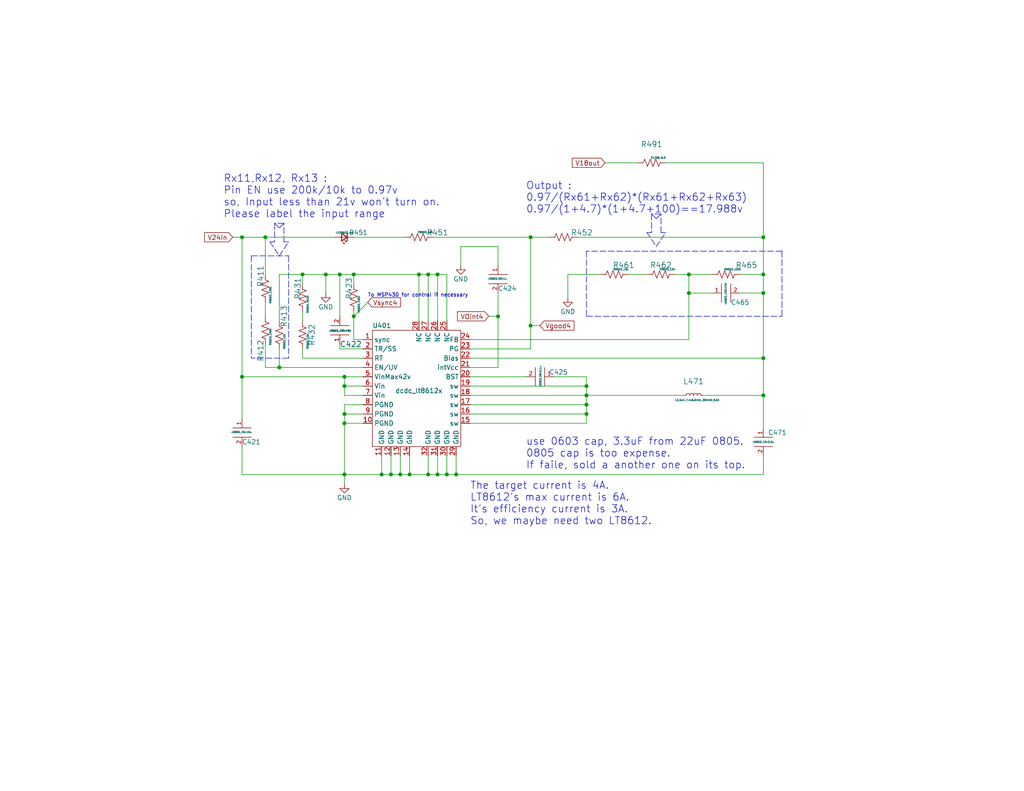
<source format=kicad_sch>
(kicad_sch (version 20211123) (generator eeschema)

  (uuid 70fb9719-e1f4-4445-9e3e-a2b49ac05e1e)

  (paper "USLetter")

  (lib_symbols
    (symbol "1001_un:L3.3uH_7.4x6.6mm_30mhO_9.5A" (pin_numbers hide) (pin_names (offset 0.254) hide) (in_bom yes) (on_board yes)
      (property "Reference" "L" (id 0) (at -1.27 1.27 0)
        (effects (font (size 1.5 1.5)) (justify left))
      )
      (property "Value" "L3.3uH_7.4x6.6mm_30mhO_9.5A" (id 1) (at -5.08 -1.27 0)
        (effects (font (size 0.5 0.5)) (justify left))
      )
      (property "Footprint" "02_dyn_pcblib:L7.1x6.6mm" (id 2) (at -1.27 10.16 0)
        (effects (font (size 1.27 1.27)) hide)
      )
      (property "Datasheet" "~" (id 3) (at 0 0 90)
        (effects (font (size 1.27 1.27)) hide)
      )
      (property "PartNum" "ECS-MPIL0630-3R3MC" (id 4) (at 0 15.24 0)
        (effects (font (size 1.27 1.27)) hide)
      )
      (property "PartDesc" "3.3 µH Shielded Molded Inductor 9.5 A 22mOhm Max Nonstandard" (id 5) (at 3.81 12.7 0)
        (effects (font (size 1.27 1.27)) hide)
      )
      (property "ki_keywords" "inductor choke coil reactor magnetic" (id 6) (at 0 0 0)
        (effects (font (size 1.27 1.27)) hide)
      )
      (property "ki_description" "Inductor, small symbol" (id 7) (at 0 0 0)
        (effects (font (size 1.27 1.27)) hide)
      )
      (property "ki_fp_filters" "Choke_* *Coil* Inductor_* L_*" (id 8) (at 0 0 0)
        (effects (font (size 1.27 1.27)) hide)
      )
      (symbol "L3.3uH_7.4x6.6mm_30mhO_9.5A_0_1"
        (arc (start -1.016 0) (mid -1.524 0.508) (end -2.032 0)
          (stroke (width 0) (type default) (color 0 0 0 0))
          (fill (type none))
        )
        (arc (start 0 0) (mid -0.508 0.508) (end -1.016 0)
          (stroke (width 0) (type default) (color 0 0 0 0))
          (fill (type none))
        )
        (arc (start 1.016 0) (mid 0.508 0.508) (end 0 0)
          (stroke (width 0) (type default) (color 0 0 0 0))
          (fill (type none))
        )
        (arc (start 2.032 0) (mid 1.524 0.508) (end 1.016 0)
          (stroke (width 0) (type default) (color 0 0 0 0))
          (fill (type none))
        )
      )
      (symbol "L3.3uH_7.4x6.6mm_30mhO_9.5A_1_1"
        (pin passive line (at -2.54 0 0) (length 0.508)
          (name "~" (effects (font (size 1.27 1.27))))
          (number "1" (effects (font (size 1.27 1.27))))
        )
        (pin passive line (at 2.54 0 180) (length 0.508)
          (name "~" (effects (font (size 1.27 1.27))))
          (number "2" (effects (font (size 1.27 1.27))))
        )
      )
    )
    (symbol "1001_un:LED0603_red" (pin_numbers hide) (pin_names (offset 0.254) hide) (in_bom yes) (on_board yes)
      (property "Reference" "D" (id 0) (at -1.27 3.175 0)
        (effects (font (size 1.27 1.27)) (justify left))
      )
      (property "Value" "LED0603_red" (id 1) (at -2.54 -1.27 0)
        (effects (font (size 0.5 0.5)) (justify left))
      )
      (property "Footprint" "02_dyn_pcblib:LED0603" (id 2) (at 0 8.89 0)
        (effects (font (size 1.27 1.27)) hide)
      )
      (property "Datasheet" "~" (id 3) (at 0 0 90)
        (effects (font (size 1.27 1.27)) hide)
      )
      (property "PartNum" "LTST-C190KRKT" (id 4) (at -1.27 15.24 0)
        (effects (font (size 1.27 1.27)) hide)
      )
      (property "PartDesc" "Red 631nm LED Indication - Discrete 2V 0603 (1608 Metric)" (id 5) (at 0 12.7 0)
        (effects (font (size 1.27 1.27)) hide)
      )
      (property "ki_keywords" "LED diode light-emitting-diode" (id 6) (at 0 0 0)
        (effects (font (size 1.27 1.27)) hide)
      )
      (property "ki_description" "Light emitting diode, small symbol" (id 7) (at 0 0 0)
        (effects (font (size 1.27 1.27)) hide)
      )
      (property "ki_fp_filters" "LED* LED_SMD:* LED_THT:*" (id 8) (at 0 0 0)
        (effects (font (size 1.27 1.27)) hide)
      )
      (symbol "LED0603_red_0_1"
        (polyline
          (pts
            (xy -0.762 -1.016)
            (xy -0.762 1.016)
          )
          (stroke (width 0.254) (type default) (color 0 0 0 0))
          (fill (type none))
        )
        (polyline
          (pts
            (xy 1.016 0)
            (xy -0.762 0)
          )
          (stroke (width 0) (type default) (color 0 0 0 0))
          (fill (type none))
        )
        (polyline
          (pts
            (xy 0.762 -1.016)
            (xy -0.762 0)
            (xy 0.762 1.016)
            (xy 0.762 -1.016)
          )
          (stroke (width 0.254) (type default) (color 0 0 0 0))
          (fill (type none))
        )
        (polyline
          (pts
            (xy 0 0.762)
            (xy -0.508 1.27)
            (xy -0.254 1.27)
            (xy -0.508 1.27)
            (xy -0.508 1.016)
          )
          (stroke (width 0) (type default) (color 0 0 0 0))
          (fill (type none))
        )
        (polyline
          (pts
            (xy 0.508 1.27)
            (xy 0 1.778)
            (xy 0.254 1.778)
            (xy 0 1.778)
            (xy 0 1.524)
          )
          (stroke (width 0) (type default) (color 0 0 0 0))
          (fill (type none))
        )
      )
      (symbol "LED0603_red_1_1"
        (pin passive line (at -2.54 0 0) (length 1.778)
          (name "K" (effects (font (size 1.27 1.27))))
          (number "1" (effects (font (size 1.27 1.27))))
        )
        (pin passive line (at 2.54 0 180) (length 1.778)
          (name "A" (effects (font (size 1.27 1.27))))
          (number "2" (effects (font (size 1.27 1.27))))
        )
      )
    )
    (symbol "1001_un:R0603_100k" (pin_numbers hide) (pin_names (offset 0)) (in_bom yes) (on_board yes)
      (property "Reference" "R" (id 0) (at 1.905 -1.397 0)
        (effects (font (size 1.5 1.5)))
      )
      (property "Value" "R0603_100k" (id 1) (at -1.778 -1.397 0)
        (effects (font (size 0.5 0.5)))
      )
      (property "Footprint" "02_dyn_pcblib:C0603" (id 2) (at 1.27 3.81 0)
        (effects (font (size 1.27 1.27)) hide)
      )
      (property "Datasheet" "~" (id 3) (at 0 0 90)
        (effects (font (size 1.27 1.27)) hide)
      )
      (property "PartNum" "ERA-3AED104V" (id 4) (at -0.127 1.905 0)
        (effects (font (size 1.27 1.27)) hide)
      )
      (property "ki_keywords" "R res resistor" (id 5) (at 0 0 0)
        (effects (font (size 1.27 1.27)) hide)
      )
      (property "ki_description" "Resistor, US symbol" (id 6) (at 0 0 0)
        (effects (font (size 1.27 1.27)) hide)
      )
      (property "ki_fp_filters" "R_*" (id 7) (at 0 0 0)
        (effects (font (size 1.27 1.27)) hide)
      )
      (symbol "R0603_100k_0_1"
        (polyline
          (pts
            (xy -2.286 0)
            (xy -2.54 0)
          )
          (stroke (width 0) (type default) (color 0 0 0 0))
          (fill (type none))
        )
        (polyline
          (pts
            (xy 2.286 0)
            (xy 2.54 0)
          )
          (stroke (width 0) (type default) (color 0 0 0 0))
          (fill (type none))
        )
        (polyline
          (pts
            (xy -2.286 0)
            (xy -1.905 1.016)
            (xy -1.524 0)
            (xy -1.143 -1.016)
            (xy -0.762 0)
          )
          (stroke (width 0) (type default) (color 0 0 0 0))
          (fill (type none))
        )
        (polyline
          (pts
            (xy -0.762 0)
            (xy -0.381 1.016)
            (xy 0 0)
            (xy 0.381 -1.016)
            (xy 0.762 0)
          )
          (stroke (width 0) (type default) (color 0 0 0 0))
          (fill (type none))
        )
        (polyline
          (pts
            (xy 0.762 0)
            (xy 1.143 1.016)
            (xy 1.524 0)
            (xy 1.905 -1.016)
            (xy 2.286 0)
          )
          (stroke (width 0) (type default) (color 0 0 0 0))
          (fill (type none))
        )
      )
      (symbol "R0603_100k_1_1"
        (pin passive line (at -3.81 0 0) (length 1.27)
          (name "~" (effects (font (size 1.27 1.27))))
          (number "1" (effects (font (size 1.27 1.27))))
        )
        (pin passive line (at 3.81 0 180) (length 1.27)
          (name "~" (effects (font (size 1.27 1.27))))
          (number "2" (effects (font (size 1.27 1.27))))
        )
      )
    )
    (symbol "1001_un:R0603_10k" (pin_numbers hide) (pin_names (offset 0)) (in_bom yes) (on_board yes)
      (property "Reference" "R" (id 0) (at 1.905 -1.397 0)
        (effects (font (size 1.5 1.5)))
      )
      (property "Value" "R0603_10k" (id 1) (at -1.778 -1.397 0)
        (effects (font (size 0.5 0.5)))
      )
      (property "Footprint" "02_dyn_pcblib:C0603" (id 2) (at 1.27 3.81 0)
        (effects (font (size 1.27 1.27)) hide)
      )
      (property "Datasheet" "~" (id 3) (at 0 0 90)
        (effects (font (size 1.27 1.27)) hide)
      )
      (property "PartNum" "ERJ-PA3F1002V" (id 4) (at 0.127 1.905 0)
        (effects (font (size 1.27 1.27)) hide)
      )
      (property "ki_keywords" "R res resistor" (id 5) (at 0 0 0)
        (effects (font (size 1.27 1.27)) hide)
      )
      (property "ki_description" "Resistor, US symbol" (id 6) (at 0 0 0)
        (effects (font (size 1.27 1.27)) hide)
      )
      (property "ki_fp_filters" "R_*" (id 7) (at 0 0 0)
        (effects (font (size 1.27 1.27)) hide)
      )
      (symbol "R0603_10k_0_1"
        (polyline
          (pts
            (xy -2.286 0)
            (xy -2.54 0)
          )
          (stroke (width 0) (type default) (color 0 0 0 0))
          (fill (type none))
        )
        (polyline
          (pts
            (xy 2.286 0)
            (xy 2.54 0)
          )
          (stroke (width 0) (type default) (color 0 0 0 0))
          (fill (type none))
        )
        (polyline
          (pts
            (xy -2.286 0)
            (xy -1.905 1.016)
            (xy -1.524 0)
            (xy -1.143 -1.016)
            (xy -0.762 0)
          )
          (stroke (width 0) (type default) (color 0 0 0 0))
          (fill (type none))
        )
        (polyline
          (pts
            (xy -0.762 0)
            (xy -0.381 1.016)
            (xy 0 0)
            (xy 0.381 -1.016)
            (xy 0.762 0)
          )
          (stroke (width 0) (type default) (color 0 0 0 0))
          (fill (type none))
        )
        (polyline
          (pts
            (xy 0.762 0)
            (xy 1.143 1.016)
            (xy 1.524 0)
            (xy 1.905 -1.016)
            (xy 2.286 0)
          )
          (stroke (width 0) (type default) (color 0 0 0 0))
          (fill (type none))
        )
      )
      (symbol "R0603_10k_1_1"
        (pin passive line (at -3.81 0 0) (length 1.27)
          (name "~" (effects (font (size 1.27 1.27))))
          (number "1" (effects (font (size 1.27 1.27))))
        )
        (pin passive line (at 3.81 0 180) (length 1.27)
          (name "~" (effects (font (size 1.27 1.27))))
          (number "2" (effects (font (size 1.27 1.27))))
        )
      )
    )
    (symbol "1001_un:R0603_49.9k" (pin_numbers hide) (pin_names (offset 0)) (in_bom yes) (on_board yes)
      (property "Reference" "R" (id 0) (at 1.905 -1.397 0)
        (effects (font (size 1.5 1.5)))
      )
      (property "Value" "R0603_49.9k" (id 1) (at -1.778 -1.397 0)
        (effects (font (size 0.5 0.5)))
      )
      (property "Footprint" "02_dyn_pcblib:C0603" (id 2) (at 1.27 3.81 0)
        (effects (font (size 1.27 1.27)) hide)
      )
      (property "Datasheet" "~" (id 3) (at 0 0 90)
        (effects (font (size 1.27 1.27)) hide)
      )
      (property "PartNum" "ERA-3AED4992V" (id 4) (at -0.127 1.778 0)
        (effects (font (size 1.27 1.27)) hide)
      )
      (property "ki_keywords" "R res resistor" (id 5) (at 0 0 0)
        (effects (font (size 1.27 1.27)) hide)
      )
      (property "ki_description" "Resistor, US symbol" (id 6) (at 0 0 0)
        (effects (font (size 1.27 1.27)) hide)
      )
      (property "ki_fp_filters" "R_*" (id 7) (at 0 0 0)
        (effects (font (size 1.27 1.27)) hide)
      )
      (symbol "R0603_49.9k_0_1"
        (polyline
          (pts
            (xy -2.286 0)
            (xy -2.54 0)
          )
          (stroke (width 0) (type default) (color 0 0 0 0))
          (fill (type none))
        )
        (polyline
          (pts
            (xy 2.286 0)
            (xy 2.54 0)
          )
          (stroke (width 0) (type default) (color 0 0 0 0))
          (fill (type none))
        )
        (polyline
          (pts
            (xy -2.286 0)
            (xy -1.905 1.016)
            (xy -1.524 0)
            (xy -1.143 -1.016)
            (xy -0.762 0)
          )
          (stroke (width 0) (type default) (color 0 0 0 0))
          (fill (type none))
        )
        (polyline
          (pts
            (xy -0.762 0)
            (xy -0.381 1.016)
            (xy 0 0)
            (xy 0.381 -1.016)
            (xy 0.762 0)
          )
          (stroke (width 0) (type default) (color 0 0 0 0))
          (fill (type none))
        )
        (polyline
          (pts
            (xy 0.762 0)
            (xy 1.143 1.016)
            (xy 1.524 0)
            (xy 1.905 -1.016)
            (xy 2.286 0)
          )
          (stroke (width 0) (type default) (color 0 0 0 0))
          (fill (type none))
        )
      )
      (symbol "R0603_49.9k_1_1"
        (pin passive line (at -3.81 0 0) (length 1.27)
          (name "~" (effects (font (size 1.27 1.27))))
          (number "1" (effects (font (size 1.27 1.27))))
        )
        (pin passive line (at 3.81 0 180) (length 1.27)
          (name "~" (effects (font (size 1.27 1.27))))
          (number "2" (effects (font (size 1.27 1.27))))
        )
      )
    )
    (symbol "1001_un:R0603_DNP" (pin_numbers hide) (pin_names (offset 0)) (in_bom yes) (on_board yes)
      (property "Reference" "R" (id 0) (at 1.905 -1.397 0)
        (effects (font (size 1.5 1.5)))
      )
      (property "Value" "R0603_DNP" (id 1) (at -1.778 -1.397 0)
        (effects (font (size 0.5 0.5)) hide)
      )
      (property "Footprint" "02_dyn_pcblib:C0603" (id 2) (at 1.27 3.81 0)
        (effects (font (size 1.27 1.27)) hide)
      )
      (property "Datasheet" "~" (id 3) (at 0 0 90)
        (effects (font (size 1.27 1.27)) hide)
      )
      (property "PartNum" "R0603_DNP" (id 4) (at -0.127 1.905 0)
        (effects (font (size 1.27 1.27)) hide)
      )
      (property "Notice" "This DNP resistor use handly footprint, which is larger than the normal standard footprint" (id 5) (at -2.54 8.89 0)
        (effects (font (size 1.27 1.27)) hide)
      )
      (property "ki_keywords" "R res resistor" (id 6) (at 0 0 0)
        (effects (font (size 1.27 1.27)) hide)
      )
      (property "ki_description" "Resistor, US symbol" (id 7) (at 0 0 0)
        (effects (font (size 1.27 1.27)) hide)
      )
      (property "ki_fp_filters" "R_*" (id 8) (at 0 0 0)
        (effects (font (size 1.27 1.27)) hide)
      )
      (symbol "R0603_DNP_0_1"
        (polyline
          (pts
            (xy -2.286 0)
            (xy -2.54 0)
          )
          (stroke (width 0) (type default) (color 0 0 0 0))
          (fill (type none))
        )
        (polyline
          (pts
            (xy 2.286 0)
            (xy 2.54 0)
          )
          (stroke (width 0) (type default) (color 0 0 0 0))
          (fill (type none))
        )
        (polyline
          (pts
            (xy -2.286 0)
            (xy -1.905 1.016)
            (xy -1.524 0)
            (xy -1.143 -1.016)
            (xy -0.762 0)
          )
          (stroke (width 0) (type default) (color 0 0 0 0))
          (fill (type none))
        )
        (polyline
          (pts
            (xy -0.762 0)
            (xy -0.381 1.016)
            (xy 0 0)
            (xy 0.381 -1.016)
            (xy 0.762 0)
          )
          (stroke (width 0) (type default) (color 0 0 0 0))
          (fill (type none))
        )
        (polyline
          (pts
            (xy 0.762 0)
            (xy 1.143 1.016)
            (xy 1.524 0)
            (xy 1.905 -1.016)
            (xy 2.286 0)
          )
          (stroke (width 0) (type default) (color 0 0 0 0))
          (fill (type none))
        )
      )
      (symbol "R0603_DNP_1_1"
        (pin passive line (at -3.81 0 0) (length 1.27)
          (name "~" (effects (font (size 1.27 1.27))))
          (number "1" (effects (font (size 1.27 1.27))))
        )
        (pin passive line (at 3.81 0 180) (length 1.27)
          (name "~" (effects (font (size 1.27 1.27))))
          (number "2" (effects (font (size 1.27 1.27))))
        )
      )
    )
    (symbol "1001_un:R1206_0.0" (pin_numbers hide) (pin_names (offset 0)) (in_bom yes) (on_board yes)
      (property "Reference" "R" (id 0) (at 1.905 -1.397 0)
        (effects (font (size 1.5 1.5)))
      )
      (property "Value" "R1206_0.0" (id 1) (at -1.778 -1.397 0)
        (effects (font (size 0.5 0.5)))
      )
      (property "Footprint" "02_dyn_pcblib:R1206mix0603" (id 2) (at 0 11.43 0)
        (effects (font (size 1.27 1.27)) hide)
      )
      (property "Datasheet" "~" (id 3) (at 0 0 90)
        (effects (font (size 1.27 1.27)) hide)
      )
      (property "PartNum" "RC1206FR-070RL" (id 4) (at -0.127 1.905 0)
        (effects (font (size 1.27 1.27)) hide)
      )
      (property "PartDesc" "0 Ohms Jumper 0.25W, 1/4W Chip Resistor 1206 (3216 Metric) Moisture Resistant Thick Film" (id 5) (at -2.54 8.89 0)
        (effects (font (size 1.27 1.27)) hide)
      )
      (property "ki_keywords" "R res resistor" (id 6) (at 0 0 0)
        (effects (font (size 1.27 1.27)) hide)
      )
      (property "ki_description" "Resistor, US symbol" (id 7) (at 0 0 0)
        (effects (font (size 1.27 1.27)) hide)
      )
      (property "ki_fp_filters" "R_*" (id 8) (at 0 0 0)
        (effects (font (size 1.27 1.27)) hide)
      )
      (symbol "R1206_0.0_0_1"
        (polyline
          (pts
            (xy -2.286 0)
            (xy -2.54 0)
          )
          (stroke (width 0) (type default) (color 0 0 0 0))
          (fill (type none))
        )
        (polyline
          (pts
            (xy 2.286 0)
            (xy 2.54 0)
          )
          (stroke (width 0) (type default) (color 0 0 0 0))
          (fill (type none))
        )
        (polyline
          (pts
            (xy -2.286 0)
            (xy -1.905 1.016)
            (xy -1.524 0)
            (xy -1.143 -1.016)
            (xy -0.762 0)
          )
          (stroke (width 0) (type default) (color 0 0 0 0))
          (fill (type none))
        )
        (polyline
          (pts
            (xy -0.762 0)
            (xy -0.381 1.016)
            (xy 0 0)
            (xy 0.381 -1.016)
            (xy 0.762 0)
          )
          (stroke (width 0) (type default) (color 0 0 0 0))
          (fill (type none))
        )
        (polyline
          (pts
            (xy 0.762 0)
            (xy 1.143 1.016)
            (xy 1.524 0)
            (xy 1.905 -1.016)
            (xy 2.286 0)
          )
          (stroke (width 0) (type default) (color 0 0 0 0))
          (fill (type none))
        )
      )
      (symbol "R1206_0.0_1_1"
        (pin passive line (at -3.81 0 0) (length 1.27)
          (name "~" (effects (font (size 1.27 1.27))))
          (number "1" (effects (font (size 1.27 1.27))))
        )
        (pin passive line (at 3.81 0 180) (length 1.27)
          (name "~" (effects (font (size 1.27 1.27))))
          (number "2" (effects (font (size 1.27 1.27))))
        )
      )
    )
    (symbol "1001_un:c0603_100v10n" (pin_names (offset 0.254)) (in_bom yes) (on_board yes)
      (property "Reference" "C" (id 0) (at 1.27 -2.54 0)
        (effects (font (size 1.5 1.5)))
      )
      (property "Value" "c0603_100v10n" (id 1) (at 0.127 -0.127 0)
        (effects (font (size 0.5 0.5)))
      )
      (property "Footprint" "02_dyn_pcblib:C0603" (id 2) (at 0.889 12.827 0)
        (effects (font (size 1.27 1.27)) hide)
      )
      (property "Datasheet" "~" (id 3) (at -0.0635 -0.0635 0)
        (effects (font (size 1.27 1.27)) hide)
      )
      (property "PartNum" "C1608X7R2A103M080AA" (id 4) (at -0.508 15.494 0)
        (effects (font (size 1.27 1.27)) hide)
      )
      (property "PartDesc" "10000 pF ±20% 100V Ceramic Capacitor X7R 0603 (1608 Metric)" (id 5) (at -3.81 19.05 0)
        (effects (font (size 1.27 1.27)) hide)
      )
      (property "ki_keywords" "simulation" (id 6) (at 0 0 0)
        (effects (font (size 1.27 1.27)) hide)
      )
      (property "ki_description" "Capacitor symbol for simulation only" (id 7) (at 0 0 0)
        (effects (font (size 1.27 1.27)) hide)
      )
      (symbol "c0603_100v10n_0_1"
        (polyline
          (pts
            (xy 2.54 -1.27)
            (xy -2.54 -1.27)
          )
          (stroke (width 0) (type default) (color 0 0 0 0))
          (fill (type none))
        )
        (polyline
          (pts
            (xy 2.54 1.27)
            (xy -2.54 1.27)
          )
          (stroke (width 0) (type default) (color 0 0 0 0))
          (fill (type none))
        )
      )
      (symbol "c0603_100v10n_1_1"
        (pin passive line (at 0 -3.81 90) (length 2.54)
          (name "~" (effects (font (size 1.016 1.016))))
          (number "1" (effects (font (size 1.016 1.016))))
        )
        (pin passive line (at 0 3.81 270) (length 2.54)
          (name "~" (effects (font (size 1.016 1.016))))
          (number "2" (effects (font (size 1.016 1.016))))
        )
      )
    )
    (symbol "1001_un:c0603_10v3.3u" (pin_names (offset 0.254)) (in_bom yes) (on_board yes)
      (property "Reference" "C" (id 0) (at 1.27 -2.54 0)
        (effects (font (size 1.5 1.5)))
      )
      (property "Value" "c0603_10v3.3u" (id 1) (at 0 0 0)
        (effects (font (size 0.5 0.5)))
      )
      (property "Footprint" "02_dyn_pcblib:C0603" (id 2) (at 0.889 12.827 0)
        (effects (font (size 1.27 1.27)) hide)
      )
      (property "Datasheet" "~" (id 3) (at -0.0635 -0.0635 0)
        (effects (font (size 1.27 1.27)) hide)
      )
      (property "PartNum" "C1608X7S1A335K080AC" (id 4) (at -0.508 15.494 0)
        (effects (font (size 1.27 1.27)) hide)
      )
      (property "ki_keywords" "simulation" (id 5) (at 0 0 0)
        (effects (font (size 1.27 1.27)) hide)
      )
      (property "ki_description" "Capacitor symbol for simulation only" (id 6) (at 0 0 0)
        (effects (font (size 1.27 1.27)) hide)
      )
      (symbol "c0603_10v3.3u_0_1"
        (polyline
          (pts
            (xy 2.54 -1.27)
            (xy -2.54 -1.27)
          )
          (stroke (width 0) (type default) (color 0 0 0 0))
          (fill (type none))
        )
        (polyline
          (pts
            (xy 2.54 1.27)
            (xy -2.54 1.27)
          )
          (stroke (width 0) (type default) (color 0 0 0 0))
          (fill (type none))
        )
      )
      (symbol "c0603_10v3.3u_1_1"
        (pin passive line (at 0 -3.81 90) (length 2.54)
          (name "~" (effects (font (size 1.016 1.016))))
          (number "1" (effects (font (size 1.016 1.016))))
        )
        (pin passive line (at 0 3.81 270) (length 2.54)
          (name "~" (effects (font (size 1.016 1.016))))
          (number "2" (effects (font (size 1.016 1.016))))
        )
      )
    )
    (symbol "1001_un:c0603_50v0.1u" (pin_names (offset 0.254)) (in_bom yes) (on_board yes)
      (property "Reference" "C" (id 0) (at 1.27 -2.54 0)
        (effects (font (size 1.5 1.5)))
      )
      (property "Value" "c0603_50v0.1u" (id 1) (at 0.127 -0.127 0)
        (effects (font (size 0.5 0.5)))
      )
      (property "Footprint" "02_dyn_pcblib:C0603" (id 2) (at 0.889 12.827 0)
        (effects (font (size 1.27 1.27)) hide)
      )
      (property "Datasheet" "~" (id 3) (at -0.0635 -0.0635 0)
        (effects (font (size 1.27 1.27)) hide)
      )
      (property "PartNum" "CGA3E2X7R1H104M080AA" (id 4) (at -0.508 15.494 0)
        (effects (font (size 1.27 1.27)) hide)
      )
      (property "ki_keywords" "simulation" (id 5) (at 0 0 0)
        (effects (font (size 1.27 1.27)) hide)
      )
      (property "ki_description" "Capacitor symbol for simulation only" (id 6) (at 0 0 0)
        (effects (font (size 1.27 1.27)) hide)
      )
      (symbol "c0603_50v0.1u_0_1"
        (polyline
          (pts
            (xy 2.54 -1.27)
            (xy -2.54 -1.27)
          )
          (stroke (width 0) (type default) (color 0 0 0 0))
          (fill (type none))
        )
        (polyline
          (pts
            (xy 2.54 1.27)
            (xy -2.54 1.27)
          )
          (stroke (width 0) (type default) (color 0 0 0 0))
          (fill (type none))
        )
      )
      (symbol "c0603_50v0.1u_1_1"
        (pin passive line (at 0 -3.81 90) (length 2.54)
          (name "~" (effects (font (size 1.016 1.016))))
          (number "1" (effects (font (size 1.016 1.016))))
        )
        (pin passive line (at 0 3.81 270) (length 2.54)
          (name "~" (effects (font (size 1.016 1.016))))
          (number "2" (effects (font (size 1.016 1.016))))
        )
      )
    )
    (symbol "1001_un:c0603_50v1u" (pin_names (offset 0.254)) (in_bom yes) (on_board yes)
      (property "Reference" "C" (id 0) (at 1.27 -2.54 0)
        (effects (font (size 1.5 1.5)))
      )
      (property "Value" "c0603_50v1u" (id 1) (at 0.127 -0.127 0)
        (effects (font (size 0.5 0.5)))
      )
      (property "Footprint" "02_dyn_pcblib:C0603" (id 2) (at 0.889 12.827 0)
        (effects (font (size 1.27 1.27)) hide)
      )
      (property "Datasheet" "~" (id 3) (at -0.0635 -0.0635 0)
        (effects (font (size 1.27 1.27)) hide)
      )
      (property "PartNum" "C1608X5R1H105K080AB" (id 4) (at -0.508 15.494 0)
        (effects (font (size 1.27 1.27)) hide)
      )
      (property "ki_keywords" "simulation" (id 5) (at 0 0 0)
        (effects (font (size 1.27 1.27)) hide)
      )
      (property "ki_description" "Capacitor symbol for simulation only" (id 6) (at 0 0 0)
        (effects (font (size 1.27 1.27)) hide)
      )
      (symbol "c0603_50v1u_0_1"
        (polyline
          (pts
            (xy 2.54 -1.27)
            (xy -2.54 -1.27)
          )
          (stroke (width 0) (type default) (color 0 0 0 0))
          (fill (type none))
        )
        (polyline
          (pts
            (xy 2.54 1.27)
            (xy -2.54 1.27)
          )
          (stroke (width 0) (type default) (color 0 0 0 0))
          (fill (type none))
        )
      )
      (symbol "c0603_50v1u_1_1"
        (pin passive line (at 0 -3.81 90) (length 2.54)
          (name "~" (effects (font (size 1.016 1.016))))
          (number "1" (effects (font (size 1.016 1.016))))
        )
        (pin passive line (at 0 3.81 270) (length 2.54)
          (name "~" (effects (font (size 1.016 1.016))))
          (number "2" (effects (font (size 1.016 1.016))))
        )
      )
    )
    (symbol "1001_un:c0805_35v10u" (pin_names (offset 0.254)) (in_bom yes) (on_board yes)
      (property "Reference" "C" (id 0) (at 1.27 -2.54 0)
        (effects (font (size 1.5 1.5)))
      )
      (property "Value" "c0805_35v10u" (id 1) (at 0.127 -0.127 0)
        (effects (font (size 0.5 0.5)))
      )
      (property "Footprint" "02_dyn_pcblib:C0805mix0603" (id 2) (at 0.889 12.827 0)
        (effects (font (size 1.27 1.27)) hide)
      )
      (property "Datasheet" "~" (id 3) (at -0.0635 -0.0635 0)
        (effects (font (size 1.27 1.27)) hide)
      )
      (property "PartNum" "C2012X5R1V106M085AC" (id 4) (at -0.508 15.494 0)
        (effects (font (size 1.27 1.27)) hide)
      )
      (property "ki_keywords" "simulation" (id 5) (at 0 0 0)
        (effects (font (size 1.27 1.27)) hide)
      )
      (property "ki_description" "Capacitor symbol for simulation only" (id 6) (at 0 0 0)
        (effects (font (size 1.27 1.27)) hide)
      )
      (symbol "c0805_35v10u_0_1"
        (polyline
          (pts
            (xy 2.54 -1.27)
            (xy -2.54 -1.27)
          )
          (stroke (width 0) (type default) (color 0 0 0 0))
          (fill (type none))
        )
        (polyline
          (pts
            (xy 2.54 1.27)
            (xy -2.54 1.27)
          )
          (stroke (width 0) (type default) (color 0 0 0 0))
          (fill (type none))
        )
      )
      (symbol "c0805_35v10u_1_1"
        (pin passive line (at 0 -3.81 90) (length 2.54)
          (name "~" (effects (font (size 1.016 1.016))))
          (number "1" (effects (font (size 1.016 1.016))))
        )
        (pin passive line (at 0 3.81 270) (length 2.54)
          (name "~" (effects (font (size 1.016 1.016))))
          (number "2" (effects (font (size 1.016 1.016))))
        )
      )
    )
    (symbol "1001_un:dcdc_lt8612x" (in_bom yes) (on_board yes)
      (property "Reference" "U" (id 0) (at -7.62 3.81 0)
        (effects (font (size 1.27 1.27)))
      )
      (property "Value" "dcdc_lt8612x" (id 1) (at 3.81 -13.97 0)
        (effects (font (size 1.27 1.27)))
      )
      (property "Footprint" "02_dyn_pcblib:QFN-28-1EP_3x6mm_P0.5mm_EP1.7x4.75mmX" (id 2) (at 6.35 27.94 0)
        (effects (font (size 1.27 1.27)) hide)
      )
      (property "Datasheet" "" (id 3) (at -11.43 0 0)
        (effects (font (size 1.27 1.27)) hide)
      )
      (property "source" "digikey" (id 4) (at -20.32 15.24 0)
        (effects (font (size 1.27 1.27)) hide)
      )
      (property "PartNum" "505-LT8612EUDE#PBF-ND" (id 5) (at -10.16 17.78 0)
        (effects (font (size 1.27 1.27)) hide)
      )
      (property "PartDesc" "IC REG BUCK ADJUSTABLE 6A 28QFN" (id 6) (at -5.08 20.32 0)
        (effects (font (size 1.27 1.27)) hide)
      )
      (property "Mfg" "Analog Devices Inc." (id 7) (at -13.97 22.86 0)
        (effects (font (size 1.27 1.27)) hide)
      )
      (property "MfgNum" "LT8612EUDE#PBF" (id 8) (at -15.24 25.4 0)
        (effects (font (size 1.27 1.27)) hide)
      )
      (symbol "dcdc_lt8612x_0_0"
        (pin input line (at -11.43 0 0) (length 2.54)
          (name "sync" (effects (font (size 1.27 1.27))))
          (number "1" (effects (font (size 1.27 1.27))))
        )
        (pin passive line (at -11.43 -22.86 0) (length 2.54)
          (name "PGND" (effects (font (size 1.27 1.27))))
          (number "10" (effects (font (size 1.27 1.27))))
        )
        (pin passive line (at -6.35 -31.75 90) (length 2.54)
          (name "GND" (effects (font (size 1.27 1.27))))
          (number "11" (effects (font (size 1.27 1.27))))
        )
        (pin passive line (at -3.81 -31.75 90) (length 2.54)
          (name "GND" (effects (font (size 1.27 1.27))))
          (number "12" (effects (font (size 1.27 1.27))))
        )
        (pin passive line (at -1.27 -31.75 90) (length 2.54)
          (name "GND" (effects (font (size 1.27 1.27))))
          (number "13" (effects (font (size 1.27 1.27))))
        )
        (pin passive line (at 1.27 -31.75 90) (length 2.54)
          (name "GND" (effects (font (size 1.27 1.27))))
          (number "14" (effects (font (size 1.27 1.27))))
        )
        (pin passive line (at 17.78 -22.86 180) (length 2.54)
          (name "sw" (effects (font (size 1.27 1.27))))
          (number "15" (effects (font (size 1.27 1.27))))
        )
        (pin passive line (at 17.78 -20.32 180) (length 2.54)
          (name "sw" (effects (font (size 1.27 1.27))))
          (number "16" (effects (font (size 1.27 1.27))))
        )
        (pin passive line (at 17.78 -17.78 180) (length 2.54)
          (name "sw" (effects (font (size 1.27 1.27))))
          (number "17" (effects (font (size 1.27 1.27))))
        )
        (pin passive line (at 17.78 -15.24 180) (length 2.54)
          (name "sw" (effects (font (size 1.27 1.27))))
          (number "18" (effects (font (size 1.27 1.27))))
        )
        (pin passive line (at 17.78 -12.7 180) (length 2.54)
          (name "sw" (effects (font (size 1.27 1.27))))
          (number "19" (effects (font (size 1.27 1.27))))
        )
        (pin input line (at -11.43 -2.54 0) (length 2.54)
          (name "TR/SS" (effects (font (size 1.27 1.27))))
          (number "2" (effects (font (size 1.27 1.27))))
        )
        (pin input line (at 17.78 -10.16 180) (length 2.54)
          (name "BST" (effects (font (size 1.27 1.27))))
          (number "20" (effects (font (size 1.27 1.27))))
        )
        (pin passive line (at 17.78 -7.62 180) (length 2.54)
          (name "intVcc" (effects (font (size 1.27 1.27))))
          (number "21" (effects (font (size 1.27 1.27))))
        )
        (pin input line (at 17.78 -5.08 180) (length 2.54)
          (name "Bias" (effects (font (size 1.27 1.27))))
          (number "22" (effects (font (size 1.27 1.27))))
        )
        (pin open_collector line (at 17.78 -2.54 180) (length 2.54)
          (name "PG" (effects (font (size 1.27 1.27))))
          (number "23" (effects (font (size 1.27 1.27))))
        )
        (pin input line (at 17.78 0 180) (length 2.54)
          (name "FB" (effects (font (size 1.27 1.27))))
          (number "24" (effects (font (size 1.27 1.27))))
        )
        (pin passive line (at 11.43 5.08 270) (length 2.54)
          (name "NC" (effects (font (size 1.27 1.27))))
          (number "25" (effects (font (size 1.27 1.27))))
        )
        (pin passive line (at 8.89 5.08 270) (length 2.54)
          (name "NC" (effects (font (size 1.27 1.27))))
          (number "26" (effects (font (size 1.27 1.27))))
        )
        (pin passive line (at 6.35 5.08 270) (length 2.54)
          (name "NC" (effects (font (size 1.27 1.27))))
          (number "27" (effects (font (size 1.27 1.27))))
        )
        (pin passive line (at 3.81 5.08 270) (length 2.54)
          (name "NC" (effects (font (size 1.27 1.27))))
          (number "28" (effects (font (size 1.27 1.27))))
        )
        (pin passive line (at 13.97 -31.75 90) (length 2.54)
          (name "GND" (effects (font (size 1.27 1.27))))
          (number "29" (effects (font (size 1.27 1.27))))
        )
        (pin input line (at -11.43 -5.08 0) (length 2.54)
          (name "RT" (effects (font (size 1.27 1.27))))
          (number "3" (effects (font (size 1.27 1.27))))
        )
        (pin passive line (at 11.43 -31.75 90) (length 2.54)
          (name "GND" (effects (font (size 1.27 1.27))))
          (number "30" (effects (font (size 1.27 1.27))))
        )
        (pin passive line (at 8.89 -31.75 90) (length 2.54)
          (name "GND" (effects (font (size 1.27 1.27))))
          (number "31" (effects (font (size 1.27 1.27))))
        )
        (pin passive line (at 6.35 -31.75 90) (length 2.54)
          (name "GND" (effects (font (size 1.27 1.27))))
          (number "32" (effects (font (size 1.27 1.27))))
        )
        (pin input line (at -11.43 -7.62 0) (length 2.54)
          (name "EN/UV" (effects (font (size 1.27 1.27))))
          (number "4" (effects (font (size 1.27 1.27))))
        )
        (pin passive line (at -11.43 -10.16 0) (length 2.54)
          (name "VinMax42v" (effects (font (size 1.27 1.27))))
          (number "5" (effects (font (size 1.27 1.27))))
        )
        (pin passive line (at -11.43 -12.7 0) (length 2.54)
          (name "Vin" (effects (font (size 1.27 1.27))))
          (number "6" (effects (font (size 1.27 1.27))))
        )
        (pin passive line (at -11.43 -15.24 0) (length 2.54)
          (name "Vin" (effects (font (size 1.27 1.27))))
          (number "7" (effects (font (size 1.27 1.27))))
        )
        (pin passive line (at -11.43 -17.78 0) (length 2.54)
          (name "PGND" (effects (font (size 1.27 1.27))))
          (number "8" (effects (font (size 1.27 1.27))))
        )
        (pin passive line (at -11.43 -20.32 0) (length 2.54)
          (name "PGND" (effects (font (size 1.27 1.27))))
          (number "9" (effects (font (size 1.27 1.27))))
        )
      )
      (symbol "dcdc_lt8612x_0_1"
        (rectangle (start -8.89 2.54) (end 15.24 -29.21)
          (stroke (width 0) (type default) (color 0 0 0 0))
          (fill (type none))
        )
      )
    )
    (symbol "power:GND" (power) (pin_names (offset 0)) (in_bom yes) (on_board yes)
      (property "Reference" "#PWR" (id 0) (at 0 -6.35 0)
        (effects (font (size 1.27 1.27)) hide)
      )
      (property "Value" "GND" (id 1) (at 0 -3.81 0)
        (effects (font (size 1.27 1.27)))
      )
      (property "Footprint" "" (id 2) (at 0 0 0)
        (effects (font (size 1.27 1.27)) hide)
      )
      (property "Datasheet" "" (id 3) (at 0 0 0)
        (effects (font (size 1.27 1.27)) hide)
      )
      (property "ki_keywords" "power-flag" (id 4) (at 0 0 0)
        (effects (font (size 1.27 1.27)) hide)
      )
      (property "ki_description" "Power symbol creates a global label with name \"GND\" , ground" (id 5) (at 0 0 0)
        (effects (font (size 1.27 1.27)) hide)
      )
      (symbol "GND_0_1"
        (polyline
          (pts
            (xy 0 0)
            (xy 0 -1.27)
            (xy 1.27 -1.27)
            (xy 0 -2.54)
            (xy -1.27 -1.27)
            (xy 0 -1.27)
          )
          (stroke (width 0) (type default) (color 0 0 0 0))
          (fill (type none))
        )
      )
      (symbol "GND_1_1"
        (pin power_in line (at 0 0 270) (length 0) hide
          (name "GND" (effects (font (size 1.27 1.27))))
          (number "1" (effects (font (size 1.27 1.27))))
        )
      )
    )
  )

  (junction (at 93.98 113.03) (diameter 0) (color 0 0 0 0)
    (uuid 00d8c82a-7a70-4548-bdc5-69511fca3138)
  )
  (junction (at 116.84 74.93) (diameter 0) (color 0 0 0 0)
    (uuid 01961cb5-acdd-4c25-a5de-326b063a4537)
  )
  (junction (at 82.55 74.93) (diameter 0) (color 0 0 0 0)
    (uuid 07435dcb-2c35-4a66-97f3-0fe5da556e7d)
  )
  (junction (at 93.98 102.87) (diameter 0) (color 0 0 0 0)
    (uuid 225acc9e-8b96-42d2-a177-d878ecd07414)
  )
  (junction (at 111.76 129.54) (diameter 0) (color 0 0 0 0)
    (uuid 26245daa-ba27-4977-869a-c97cfa3965b5)
  )
  (junction (at 106.68 129.54) (diameter 0) (color 0 0 0 0)
    (uuid 27eab208-95e1-42ce-b1bd-83665f24d62a)
  )
  (junction (at 109.22 129.54) (diameter 0) (color 0 0 0 0)
    (uuid 34054d7b-729b-437b-a134-f2702f7bae8a)
  )
  (junction (at 187.96 74.93) (diameter 0) (color 0 0 0 0)
    (uuid 37af6585-44ae-4072-97eb-c0a291f90d5b)
  )
  (junction (at 208.28 64.77) (diameter 0) (color 0 0 0 0)
    (uuid 38c6a2b8-e296-476a-bb24-d446e426c4a9)
  )
  (junction (at 96.52 74.93) (diameter 0) (color 0 0 0 0)
    (uuid 4340d541-7d58-42d1-b1f1-3cefc582f1c5)
  )
  (junction (at 160.02 107.95) (diameter 0) (color 0 0 0 0)
    (uuid 439c0d3e-f498-4241-b1d6-614ea20a30e0)
  )
  (junction (at 160.02 110.49) (diameter 0) (color 0 0 0 0)
    (uuid 57686df1-8ad0-4b78-8702-8204acf0920a)
  )
  (junction (at 96.52 86.36) (diameter 0) (color 0 0 0 0)
    (uuid 5c58d040-441c-46da-9232-fb1592848979)
  )
  (junction (at 116.84 129.54) (diameter 0) (color 0 0 0 0)
    (uuid 5da18844-0f4e-4ae4-a249-8afde4e0ad34)
  )
  (junction (at 124.46 129.54) (diameter 0) (color 0 0 0 0)
    (uuid 61d75a58-1fa6-4a95-b353-2e4204cf6b73)
  )
  (junction (at 93.98 115.57) (diameter 0) (color 0 0 0 0)
    (uuid 66327537-ac77-49e5-aac5-4c72c8c5467d)
  )
  (junction (at 160.02 105.41) (diameter 0) (color 0 0 0 0)
    (uuid 6c96d70f-ba52-4bd3-bc6a-367b7ea2e45d)
  )
  (junction (at 93.98 129.54) (diameter 0) (color 0 0 0 0)
    (uuid 72895431-6f54-433e-9a6e-e313dd72d781)
  )
  (junction (at 119.38 74.93) (diameter 0) (color 0 0 0 0)
    (uuid 76a7cbd8-fa25-4477-a6a8-6757b512e459)
  )
  (junction (at 66.04 64.77) (diameter 0) (color 0 0 0 0)
    (uuid 90fc7f26-8810-4449-82ec-d6b739868ee2)
  )
  (junction (at 92.71 74.93) (diameter 0) (color 0 0 0 0)
    (uuid 92b559eb-480a-40e0-8fd2-fa5f2b7d69fa)
  )
  (junction (at 66.04 102.87) (diameter 0) (color 0 0 0 0)
    (uuid 9decbd69-2442-4d71-ad0c-3487503a28db)
  )
  (junction (at 135.89 86.36) (diameter 0) (color 0 0 0 0)
    (uuid a2c32cae-e0d3-41a6-af6a-1860f69d01db)
  )
  (junction (at 144.78 64.77) (diameter 0) (color 0 0 0 0)
    (uuid a31f6d8a-a201-440a-b5d4-a77ca69cb1cf)
  )
  (junction (at 208.28 74.93) (diameter 0) (color 0 0 0 0)
    (uuid b60265ec-6495-4c73-81f1-87836de34fea)
  )
  (junction (at 104.14 129.54) (diameter 0) (color 0 0 0 0)
    (uuid b7e8ae50-6f60-40d2-8509-f897b4b55d02)
  )
  (junction (at 121.92 129.54) (diameter 0) (color 0 0 0 0)
    (uuid bac13262-d6ec-4baf-9d35-37b9f2013c14)
  )
  (junction (at 88.9 74.93) (diameter 0) (color 0 0 0 0)
    (uuid bf54ed75-6a25-4fa3-8857-2d6479dcc989)
  )
  (junction (at 114.3 74.93) (diameter 0) (color 0 0 0 0)
    (uuid c5121270-0bd6-41c5-82e5-1abb48b1e941)
  )
  (junction (at 208.28 97.79) (diameter 0) (color 0 0 0 0)
    (uuid c733e518-88a8-4720-97c7-fec29a0df571)
  )
  (junction (at 76.2 100.33) (diameter 0) (color 0 0 0 0)
    (uuid c7c261d0-d8a2-47b0-94d2-e2ec203f4687)
  )
  (junction (at 160.02 113.03) (diameter 0) (color 0 0 0 0)
    (uuid d2d8ecb2-d066-49ff-b907-c4bdf5d29d46)
  )
  (junction (at 93.98 105.41) (diameter 0) (color 0 0 0 0)
    (uuid dc2fb69a-916a-4b7b-a324-8437d27e9395)
  )
  (junction (at 187.96 80.01) (diameter 0) (color 0 0 0 0)
    (uuid def396d3-74e0-4d2c-8d7e-115ccd11edcb)
  )
  (junction (at 144.78 88.9) (diameter 0) (color 0 0 0 0)
    (uuid dfd55017-1f8a-454d-a9be-0f3981dfb6e9)
  )
  (junction (at 208.28 80.01) (diameter 0) (color 0 0 0 0)
    (uuid e2581323-1ce6-4402-ba06-c5745b8f9f7d)
  )
  (junction (at 119.38 129.54) (diameter 0) (color 0 0 0 0)
    (uuid e38b9024-0138-4c8f-b21e-bdb2c1e0833a)
  )
  (junction (at 72.39 64.77) (diameter 0) (color 0 0 0 0)
    (uuid e48d7459-01ce-40d1-8715-827bd3087a66)
  )
  (junction (at 208.28 107.95) (diameter 0) (color 0 0 0 0)
    (uuid ed88705d-7430-4606-9c88-dc6696bbd8b7)
  )

  (wire (pts (xy 109.22 124.46) (xy 109.22 129.54))
    (stroke (width 0) (type default) (color 0 0 0 0))
    (uuid 032a2d29-b51a-4dd4-b0fe-d974aa490af2)
  )
  (wire (pts (xy 66.04 102.87) (xy 66.04 64.77))
    (stroke (width 0) (type default) (color 0 0 0 0))
    (uuid 0350ee70-d793-4d93-875e-633efa834c5b)
  )
  (wire (pts (xy 144.78 88.9) (xy 147.32 88.9))
    (stroke (width 0) (type default) (color 0 0 0 0))
    (uuid 0394a3f6-51d3-4c3d-b48f-e186336790a2)
  )
  (wire (pts (xy 104.14 124.46) (xy 104.14 129.54))
    (stroke (width 0) (type default) (color 0 0 0 0))
    (uuid 0476072f-ce49-45c6-b890-01c2aeca3c84)
  )
  (wire (pts (xy 128.27 92.71) (xy 187.96 92.71))
    (stroke (width 0) (type default) (color 0 0 0 0))
    (uuid 07a7c730-0ab4-45aa-8145-2ed311e7c7f8)
  )
  (wire (pts (xy 160.02 105.41) (xy 160.02 102.87))
    (stroke (width 0) (type default) (color 0 0 0 0))
    (uuid 0844c7f8-42bd-4269-8a34-b84daea05ced)
  )
  (polyline (pts (xy 176.53 63.5) (xy 179.07 67.31))
    (stroke (width 0) (type default) (color 0 0 0 0))
    (uuid 08a5c302-97b1-4f56-820c-6f70c09aed86)
  )

  (wire (pts (xy 82.55 95.25) (xy 82.55 97.79))
    (stroke (width 0) (type default) (color 0 0 0 0))
    (uuid 0918f810-4ff7-4235-b4f9-b87bc8d84007)
  )
  (polyline (pts (xy 213.36 68.58) (xy 160.02 68.58))
    (stroke (width 0) (type default) (color 0 0 0 0))
    (uuid 0d1e7200-f5cd-4bd7-b975-e477f1e85ca1)
  )

  (wire (pts (xy 125.73 67.31) (xy 125.73 72.39))
    (stroke (width 0) (type default) (color 0 0 0 0))
    (uuid 0dd35094-f7df-49f7-ae8b-a6ddfff8887c)
  )
  (wire (pts (xy 114.3 87.63) (xy 114.3 74.93))
    (stroke (width 0) (type default) (color 0 0 0 0))
    (uuid 0f916dd7-ab23-4c4c-8ae7-3d661087f449)
  )
  (wire (pts (xy 144.78 64.77) (xy 144.78 88.9))
    (stroke (width 0) (type default) (color 0 0 0 0))
    (uuid 100756e3-3b71-48c4-8937-84dd2d90c4a8)
  )
  (wire (pts (xy 121.92 74.93) (xy 119.38 74.93))
    (stroke (width 0) (type default) (color 0 0 0 0))
    (uuid 115fb58f-1ac0-4237-ad6c-2590bd98c75b)
  )
  (polyline (pts (xy 160.02 68.58) (xy 160.02 86.36))
    (stroke (width 0) (type default) (color 0 0 0 0))
    (uuid 118439af-8acc-4eaf-9a0f-c9a22c5d7e81)
  )

  (wire (pts (xy 119.38 74.93) (xy 116.84 74.93))
    (stroke (width 0) (type default) (color 0 0 0 0))
    (uuid 1214de80-2395-44d5-a2b8-647f2046e32a)
  )
  (wire (pts (xy 124.46 129.54) (xy 124.46 124.46))
    (stroke (width 0) (type default) (color 0 0 0 0))
    (uuid 13caf450-5537-4918-b7c1-264a7a26299b)
  )
  (wire (pts (xy 121.92 124.46) (xy 121.92 129.54))
    (stroke (width 0) (type default) (color 0 0 0 0))
    (uuid 154e20a1-798e-4fbc-aa12-af80db7c8765)
  )
  (wire (pts (xy 128.27 97.79) (xy 208.28 97.79))
    (stroke (width 0) (type default) (color 0 0 0 0))
    (uuid 16040a27-bf23-4136-afc1-c05eba9303e9)
  )
  (wire (pts (xy 184.15 74.93) (xy 187.96 74.93))
    (stroke (width 0) (type default) (color 0 0 0 0))
    (uuid 1783f925-154b-418d-97d4-5c800e9b39f4)
  )
  (polyline (pts (xy 213.36 68.58) (xy 213.36 86.36))
    (stroke (width 0) (type default) (color 0 0 0 0))
    (uuid 181acdbe-ccb1-4a07-a84c-69bd82b7d854)
  )
  (polyline (pts (xy 78.74 69.85) (xy 78.74 97.79))
    (stroke (width 0) (type default) (color 0 0 0 0))
    (uuid 1a9770b4-87a6-4d82-a3af-d41ff0ede2bf)
  )
  (polyline (pts (xy 160.02 86.36) (xy 213.36 86.36))
    (stroke (width 0) (type default) (color 0 0 0 0))
    (uuid 1d6299e6-cb93-4495-b071-e8b644b1b332)
  )

  (wire (pts (xy 93.98 105.41) (xy 93.98 102.87))
    (stroke (width 0) (type default) (color 0 0 0 0))
    (uuid 200d5094-a5e9-4f04-8047-8512c042d0ab)
  )
  (wire (pts (xy 82.55 97.79) (xy 99.06 97.79))
    (stroke (width 0) (type default) (color 0 0 0 0))
    (uuid 239527ed-baeb-41be-bd63-06831d374fc1)
  )
  (wire (pts (xy 128.27 107.95) (xy 160.02 107.95))
    (stroke (width 0) (type default) (color 0 0 0 0))
    (uuid 250c915d-5103-4565-a02f-d98be0187b2f)
  )
  (wire (pts (xy 160.02 107.95) (xy 186.69 107.95))
    (stroke (width 0) (type default) (color 0 0 0 0))
    (uuid 25f19369-3edf-4021-9c4c-fc0b25189259)
  )
  (wire (pts (xy 109.22 129.54) (xy 111.76 129.54))
    (stroke (width 0) (type default) (color 0 0 0 0))
    (uuid 28d664b2-8d46-4e9a-a769-ae756e4714c8)
  )
  (wire (pts (xy 76.2 87.63) (xy 76.2 74.93))
    (stroke (width 0) (type default) (color 0 0 0 0))
    (uuid 2a8a45fb-111b-44e8-9f8f-8b1b0670ffcc)
  )
  (wire (pts (xy 157.48 64.77) (xy 208.28 64.77))
    (stroke (width 0) (type default) (color 0 0 0 0))
    (uuid 2ae3bff5-5f52-49b7-bb5b-3c89fcf51b9b)
  )
  (wire (pts (xy 93.98 110.49) (xy 93.98 113.03))
    (stroke (width 0) (type default) (color 0 0 0 0))
    (uuid 2c7f7232-a25a-432e-9657-f0fb52a6d48b)
  )
  (wire (pts (xy 118.11 64.77) (xy 144.78 64.77))
    (stroke (width 0) (type default) (color 0 0 0 0))
    (uuid 2d1ce725-a892-4d60-8b55-ce2d972b5fec)
  )
  (wire (pts (xy 208.28 74.93) (xy 201.93 74.93))
    (stroke (width 0) (type default) (color 0 0 0 0))
    (uuid 2d26fffa-60cc-42aa-bcfb-bf1c19eacd2b)
  )
  (polyline (pts (xy 180.34 58.42) (xy 177.8 58.42))
    (stroke (width 0) (type default) (color 0 0 0 0))
    (uuid 2ea66d90-9347-4325-882e-ebd956e381b8)
  )

  (wire (pts (xy 99.06 110.49) (xy 93.98 110.49))
    (stroke (width 0) (type default) (color 0 0 0 0))
    (uuid 2fb3dab2-6be3-45f5-8c10-e3d0c913301f)
  )
  (wire (pts (xy 93.98 115.57) (xy 93.98 113.03))
    (stroke (width 0) (type default) (color 0 0 0 0))
    (uuid 30a5a294-5b32-4994-ade7-69ee78fb1b6e)
  )
  (wire (pts (xy 154.94 74.93) (xy 163.83 74.93))
    (stroke (width 0) (type default) (color 0 0 0 0))
    (uuid 3e639aa5-db53-4267-9837-d74452401ab7)
  )
  (wire (pts (xy 173.99 44.45) (xy 165.1 44.45))
    (stroke (width 0) (type default) (color 0 0 0 0))
    (uuid 3e9d14ec-a240-4de3-a45b-73ebb81747fe)
  )
  (wire (pts (xy 135.89 80.01) (xy 135.89 86.36))
    (stroke (width 0) (type default) (color 0 0 0 0))
    (uuid 40f45050-3f81-4712-bed8-cf96534c1b39)
  )
  (wire (pts (xy 92.71 74.93) (xy 92.71 86.36))
    (stroke (width 0) (type default) (color 0 0 0 0))
    (uuid 423eeec8-00aa-4471-a9f8-987e646a408c)
  )
  (wire (pts (xy 128.27 105.41) (xy 160.02 105.41))
    (stroke (width 0) (type default) (color 0 0 0 0))
    (uuid 44a2f4eb-0ca8-4d3e-a5d0-efc07432dec1)
  )
  (wire (pts (xy 92.71 95.25) (xy 99.06 95.25))
    (stroke (width 0) (type default) (color 0 0 0 0))
    (uuid 459bc899-3519-4d81-81b5-5090982f8baa)
  )
  (wire (pts (xy 124.46 129.54) (xy 208.28 129.54))
    (stroke (width 0) (type default) (color 0 0 0 0))
    (uuid 45a6a97e-b28b-4c32-9b2d-5756583c4f05)
  )
  (wire (pts (xy 96.52 92.71) (xy 99.06 92.71))
    (stroke (width 0) (type default) (color 0 0 0 0))
    (uuid 45c8abb6-9f2e-48ef-b4f4-644aec801ef0)
  )
  (wire (pts (xy 160.02 113.03) (xy 160.02 115.57))
    (stroke (width 0) (type default) (color 0 0 0 0))
    (uuid 46147dfc-cb81-4bab-953d-5be25b6f1a73)
  )
  (wire (pts (xy 144.78 64.77) (xy 149.86 64.77))
    (stroke (width 0) (type default) (color 0 0 0 0))
    (uuid 46556267-37f5-4238-9f6c-c55dd0f56de6)
  )
  (wire (pts (xy 96.52 74.93) (xy 114.3 74.93))
    (stroke (width 0) (type default) (color 0 0 0 0))
    (uuid 4752d0e7-adf4-4a2a-b06e-b0f3e01b6f40)
  )
  (polyline (pts (xy 181.61 63.5) (xy 180.34 63.5))
    (stroke (width 0) (type default) (color 0 0 0 0))
    (uuid 4960efa3-40d5-4cfc-be71-3c0e5eee0d48)
  )

  (wire (pts (xy 208.28 107.95) (xy 208.28 116.84))
    (stroke (width 0) (type default) (color 0 0 0 0))
    (uuid 4e4e189c-a4f4-463c-ad0d-abdb0d2ad4b7)
  )
  (wire (pts (xy 66.04 121.92) (xy 66.04 129.54))
    (stroke (width 0) (type default) (color 0 0 0 0))
    (uuid 4f10f858-cdf3-4674-9188-765f103d40bf)
  )
  (polyline (pts (xy 74.93 60.96) (xy 76.2 62.23))
    (stroke (width 0) (type default) (color 0 0 0 0))
    (uuid 50443773-0083-4abf-a005-7d81ca56fc39)
  )
  (polyline (pts (xy 179.07 67.31) (xy 181.61 63.5))
    (stroke (width 0) (type default) (color 0 0 0 0))
    (uuid 51e58fbf-4ae7-4eee-87f3-cbf32f14e002)
  )
  (polyline (pts (xy 177.8 63.5) (xy 176.53 63.5))
    (stroke (width 0) (type default) (color 0 0 0 0))
    (uuid 53e62d09-eda0-4bc9-acaf-cd58eab306a4)
  )

  (wire (pts (xy 99.06 102.87) (xy 93.98 102.87))
    (stroke (width 0) (type default) (color 0 0 0 0))
    (uuid 547af08c-a987-41ce-beed-491baf90d72c)
  )
  (wire (pts (xy 93.98 102.87) (xy 66.04 102.87))
    (stroke (width 0) (type default) (color 0 0 0 0))
    (uuid 5599e0d6-5835-4119-8390-c7a4326371ca)
  )
  (wire (pts (xy 66.04 64.77) (xy 72.39 64.77))
    (stroke (width 0) (type default) (color 0 0 0 0))
    (uuid 5658a4f5-fc4d-4d06-b48a-a3f50b5d6772)
  )
  (polyline (pts (xy 68.58 69.85) (xy 68.58 97.79))
    (stroke (width 0) (type default) (color 0 0 0 0))
    (uuid 59de3519-c1db-4ad5-91f1-abd26c74e2e1)
  )

  (wire (pts (xy 99.06 100.33) (xy 76.2 100.33))
    (stroke (width 0) (type default) (color 0 0 0 0))
    (uuid 5ae232e9-a83a-4baf-b8c6-0453eaa36aef)
  )
  (wire (pts (xy 187.96 74.93) (xy 187.96 80.01))
    (stroke (width 0) (type default) (color 0 0 0 0))
    (uuid 5e588841-ce42-4803-ab15-ca10ff9ad930)
  )
  (wire (pts (xy 160.02 107.95) (xy 160.02 110.49))
    (stroke (width 0) (type default) (color 0 0 0 0))
    (uuid 606579ca-2dca-4805-942a-1cdd52bc8334)
  )
  (wire (pts (xy 154.94 74.93) (xy 154.94 81.28))
    (stroke (width 0) (type default) (color 0 0 0 0))
    (uuid 60df02d2-8f8b-4a3e-b6ce-953e710a19dd)
  )
  (polyline (pts (xy 180.34 63.5) (xy 180.34 58.42))
    (stroke (width 0) (type default) (color 0 0 0 0))
    (uuid 61a0a853-598b-4cec-950b-ac8f227051c5)
  )

  (wire (pts (xy 88.9 74.93) (xy 92.71 74.93))
    (stroke (width 0) (type default) (color 0 0 0 0))
    (uuid 632e2db0-4c34-49f9-ac94-b75502f5d4d9)
  )
  (wire (pts (xy 99.06 107.95) (xy 93.98 107.95))
    (stroke (width 0) (type default) (color 0 0 0 0))
    (uuid 636868b8-91d8-45a7-9131-ff74dfcc957c)
  )
  (wire (pts (xy 116.84 74.93) (xy 116.84 87.63))
    (stroke (width 0) (type default) (color 0 0 0 0))
    (uuid 6a07c515-20e5-432a-a8ee-74b860f31375)
  )
  (wire (pts (xy 93.98 115.57) (xy 93.98 129.54))
    (stroke (width 0) (type default) (color 0 0 0 0))
    (uuid 6d57e7cd-3ffb-4a84-8c8d-e94697a99098)
  )
  (wire (pts (xy 201.93 80.01) (xy 208.28 80.01))
    (stroke (width 0) (type default) (color 0 0 0 0))
    (uuid 6f8927e0-92cd-4c0d-9504-50048511d7d3)
  )
  (wire (pts (xy 72.39 100.33) (xy 76.2 100.33))
    (stroke (width 0) (type default) (color 0 0 0 0))
    (uuid 7003f529-f204-488c-a4fe-4f881b06e1f4)
  )
  (wire (pts (xy 144.78 88.9) (xy 144.78 95.25))
    (stroke (width 0) (type default) (color 0 0 0 0))
    (uuid 70254826-9ac1-4c75-abcc-14c7b4a4c482)
  )
  (wire (pts (xy 119.38 124.46) (xy 119.38 129.54))
    (stroke (width 0) (type default) (color 0 0 0 0))
    (uuid 721522fa-2c63-4bef-97cf-b500f60f2467)
  )
  (wire (pts (xy 82.55 85.09) (xy 82.55 87.63))
    (stroke (width 0) (type default) (color 0 0 0 0))
    (uuid 738bb4b5-500d-47e3-bdc3-176b67e011e6)
  )
  (wire (pts (xy 133.35 86.36) (xy 135.89 86.36))
    (stroke (width 0) (type default) (color 0 0 0 0))
    (uuid 74750c4a-8bd1-4085-93ac-716e06cac2dc)
  )
  (wire (pts (xy 99.06 105.41) (xy 93.98 105.41))
    (stroke (width 0) (type default) (color 0 0 0 0))
    (uuid 7665cb31-5f8e-456b-8f29-71d432a723ea)
  )
  (wire (pts (xy 187.96 80.01) (xy 187.96 92.71))
    (stroke (width 0) (type default) (color 0 0 0 0))
    (uuid 7682d032-3d59-4e8e-81be-29d4cdb2a7a8)
  )
  (wire (pts (xy 135.89 67.31) (xy 135.89 72.39))
    (stroke (width 0) (type default) (color 0 0 0 0))
    (uuid 799c1b37-04ef-47d1-b2fd-7f1626bc7d8f)
  )
  (wire (pts (xy 72.39 64.77) (xy 91.44 64.77))
    (stroke (width 0) (type default) (color 0 0 0 0))
    (uuid 7c4cb43e-0205-4ddd-a71d-2cfbe9441c28)
  )
  (wire (pts (xy 187.96 74.93) (xy 194.31 74.93))
    (stroke (width 0) (type default) (color 0 0 0 0))
    (uuid 7d3aa1a6-d6f4-47ee-9b29-6ee7fa2ba559)
  )
  (wire (pts (xy 93.98 129.54) (xy 93.98 132.08))
    (stroke (width 0) (type default) (color 0 0 0 0))
    (uuid 7f34afc7-bc1a-4fc5-afed-2e1fd4506aff)
  )
  (wire (pts (xy 96.52 86.36) (xy 96.52 92.71))
    (stroke (width 0) (type default) (color 0 0 0 0))
    (uuid 7f96b9a6-27b4-468c-82f5-d5ada820ed77)
  )
  (wire (pts (xy 92.71 93.98) (xy 92.71 95.25))
    (stroke (width 0) (type default) (color 0 0 0 0))
    (uuid 81e96c8d-3d0c-4ab7-8037-30df0d359e14)
  )
  (wire (pts (xy 191.77 107.95) (xy 208.28 107.95))
    (stroke (width 0) (type default) (color 0 0 0 0))
    (uuid 83faf283-a63c-4cf7-8114-0b0dd3871d5c)
  )
  (wire (pts (xy 144.78 95.25) (xy 128.27 95.25))
    (stroke (width 0) (type default) (color 0 0 0 0))
    (uuid 8454aa0c-2b61-489f-8126-27e1d2f2600e)
  )
  (wire (pts (xy 96.52 74.93) (xy 96.52 77.47))
    (stroke (width 0) (type default) (color 0 0 0 0))
    (uuid 85b5b678-b9b7-42d4-b9fd-efec46f48c66)
  )
  (wire (pts (xy 114.3 74.93) (xy 116.84 74.93))
    (stroke (width 0) (type default) (color 0 0 0 0))
    (uuid 85ca1f66-7a57-4392-b5a1-4632b81e591e)
  )
  (wire (pts (xy 104.14 129.54) (xy 106.68 129.54))
    (stroke (width 0) (type default) (color 0 0 0 0))
    (uuid 8a95f506-f566-4337-97e7-ed40091bb7e1)
  )
  (wire (pts (xy 116.84 129.54) (xy 119.38 129.54))
    (stroke (width 0) (type default) (color 0 0 0 0))
    (uuid 8d69088e-aa70-4a1f-b3a0-79d55a6d6d60)
  )
  (wire (pts (xy 72.39 93.98) (xy 72.39 100.33))
    (stroke (width 0) (type default) (color 0 0 0 0))
    (uuid 9462dfbc-a9ff-4e89-b835-e164f391fe9c)
  )
  (wire (pts (xy 116.84 124.46) (xy 116.84 129.54))
    (stroke (width 0) (type default) (color 0 0 0 0))
    (uuid 955c8a90-2d6a-41b7-8287-55c815d0a6ef)
  )
  (wire (pts (xy 96.52 64.77) (xy 110.49 64.77))
    (stroke (width 0) (type default) (color 0 0 0 0))
    (uuid 96c2e23d-8f1d-43d2-8c9c-518e71b62e34)
  )
  (wire (pts (xy 208.28 80.01) (xy 208.28 74.93))
    (stroke (width 0) (type default) (color 0 0 0 0))
    (uuid 972a3c6c-605c-4f53-98bc-9ba316171cf3)
  )
  (wire (pts (xy 119.38 129.54) (xy 121.92 129.54))
    (stroke (width 0) (type default) (color 0 0 0 0))
    (uuid a1187cba-91f2-4cbb-8fa6-7119c6b8fe75)
  )
  (polyline (pts (xy 76.2 69.85) (xy 78.74 66.04))
    (stroke (width 0) (type default) (color 0 0 0 0))
    (uuid a244e8ee-a1c0-4116-9550-7b80ad4f303b)
  )

  (wire (pts (xy 72.39 64.77) (xy 72.39 74.93))
    (stroke (width 0) (type default) (color 0 0 0 0))
    (uuid a2b10326-5c31-49c2-98ba-9b382fbb46d2)
  )
  (wire (pts (xy 208.28 124.46) (xy 208.28 129.54))
    (stroke (width 0) (type default) (color 0 0 0 0))
    (uuid a55e4f03-f60a-4ea9-b29f-9ca76332aea0)
  )
  (wire (pts (xy 66.04 102.87) (xy 66.04 114.3))
    (stroke (width 0) (type default) (color 0 0 0 0))
    (uuid a6c3adfa-0cb0-4643-ab85-f0e39f08731f)
  )
  (polyline (pts (xy 74.93 66.04) (xy 73.66 66.04))
    (stroke (width 0) (type default) (color 0 0 0 0))
    (uuid ace0c414-3a9f-4583-8a1b-42b4a30b5b75)
  )

  (wire (pts (xy 82.55 74.93) (xy 82.55 77.47))
    (stroke (width 0) (type default) (color 0 0 0 0))
    (uuid adb2deb6-8480-4460-ac40-f513e4b9c9e1)
  )
  (wire (pts (xy 93.98 129.54) (xy 104.14 129.54))
    (stroke (width 0) (type default) (color 0 0 0 0))
    (uuid ae96bfa3-89be-46fe-a9cb-012ac3c9c727)
  )
  (wire (pts (xy 106.68 124.46) (xy 106.68 129.54))
    (stroke (width 0) (type default) (color 0 0 0 0))
    (uuid b0dacd49-3919-4434-babb-75a1f6b1a1ba)
  )
  (wire (pts (xy 208.28 44.45) (xy 208.28 64.77))
    (stroke (width 0) (type default) (color 0 0 0 0))
    (uuid b12f50a0-3604-41f7-aff5-30b6b1f7d92d)
  )
  (wire (pts (xy 135.89 100.33) (xy 128.27 100.33))
    (stroke (width 0) (type default) (color 0 0 0 0))
    (uuid b2b2649a-304e-4dd8-9647-aa55f0b7d27d)
  )
  (wire (pts (xy 119.38 74.93) (xy 119.38 87.63))
    (stroke (width 0) (type default) (color 0 0 0 0))
    (uuid b3043f81-44ab-4fc6-9b44-b0e449302c14)
  )
  (wire (pts (xy 88.9 74.93) (xy 88.9 80.01))
    (stroke (width 0) (type default) (color 0 0 0 0))
    (uuid b3d2ce99-648c-4f45-9266-c565afef8b0f)
  )
  (wire (pts (xy 99.06 115.57) (xy 93.98 115.57))
    (stroke (width 0) (type default) (color 0 0 0 0))
    (uuid b4cf9a6c-8cc9-49ad-a711-df854f962016)
  )
  (wire (pts (xy 181.61 44.45) (xy 208.28 44.45))
    (stroke (width 0) (type default) (color 0 0 0 0))
    (uuid b6a4f24e-342b-4410-b086-23366fef536c)
  )
  (polyline (pts (xy 73.66 66.04) (xy 76.2 69.85))
    (stroke (width 0) (type default) (color 0 0 0 0))
    (uuid b7e4e77b-d026-4e55-af4a-517c9d80ce19)
  )

  (wire (pts (xy 72.39 82.55) (xy 72.39 86.36))
    (stroke (width 0) (type default) (color 0 0 0 0))
    (uuid b9ec5e8a-4e70-424d-977c-a3a535c93eca)
  )
  (wire (pts (xy 121.92 87.63) (xy 121.92 74.93))
    (stroke (width 0) (type default) (color 0 0 0 0))
    (uuid ba427f68-44b7-442f-8121-cee6dac97ab4)
  )
  (polyline (pts (xy 177.8 58.42) (xy 179.07 59.69))
    (stroke (width 0) (type default) (color 0 0 0 0))
    (uuid bbeff4a1-f3e6-44c4-9c0a-d8a4ce5be0bb)
  )
  (polyline (pts (xy 68.58 69.85) (xy 78.74 69.85))
    (stroke (width 0) (type default) (color 0 0 0 0))
    (uuid bc0681fd-43c1-4b7b-9d6f-3519b17b5000)
  )

  (wire (pts (xy 187.96 80.01) (xy 194.31 80.01))
    (stroke (width 0) (type default) (color 0 0 0 0))
    (uuid bdaf83cc-cf11-4cca-885e-57244f21daad)
  )
  (polyline (pts (xy 179.07 59.69) (xy 180.34 58.42))
    (stroke (width 0) (type default) (color 0 0 0 0))
    (uuid c32e278f-6953-4702-a501-413b650df7aa)
  )
  (polyline (pts (xy 74.93 60.96) (xy 74.93 66.04))
    (stroke (width 0) (type default) (color 0 0 0 0))
    (uuid ca57f852-aa13-4915-ba64-90a567f2a4cb)
  )

  (wire (pts (xy 76.2 74.93) (xy 82.55 74.93))
    (stroke (width 0) (type default) (color 0 0 0 0))
    (uuid caab5935-7835-4d30-94b8-77fa0e6bf26b)
  )
  (polyline (pts (xy 77.47 60.96) (xy 74.93 60.96))
    (stroke (width 0) (type default) (color 0 0 0 0))
    (uuid ccc49fc0-cf25-4854-a384-d0bd53ddbaeb)
  )

  (wire (pts (xy 135.89 86.36) (xy 135.89 100.33))
    (stroke (width 0) (type default) (color 0 0 0 0))
    (uuid cd6818fb-65e9-4f1f-98c3-0b6f829431ac)
  )
  (wire (pts (xy 93.98 107.95) (xy 93.98 105.41))
    (stroke (width 0) (type default) (color 0 0 0 0))
    (uuid cd7beecc-fd94-4de9-a129-b2b23c6a8ce6)
  )
  (wire (pts (xy 111.76 124.46) (xy 111.76 129.54))
    (stroke (width 0) (type default) (color 0 0 0 0))
    (uuid ceb775e4-890a-4655-9e7f-8dd0b280a323)
  )
  (wire (pts (xy 66.04 129.54) (xy 93.98 129.54))
    (stroke (width 0) (type default) (color 0 0 0 0))
    (uuid d3208d06-54f0-49d2-b836-364a21a0a3a0)
  )
  (wire (pts (xy 208.28 97.79) (xy 208.28 107.95))
    (stroke (width 0) (type default) (color 0 0 0 0))
    (uuid d812d75a-a99a-4f63-a06c-935a39eeac81)
  )
  (polyline (pts (xy 78.74 66.04) (xy 77.47 66.04))
    (stroke (width 0) (type default) (color 0 0 0 0))
    (uuid d8bff64e-5e6e-443f-9dc8-5da36f09ba46)
  )

  (wire (pts (xy 96.52 86.36) (xy 100.33 82.55))
    (stroke (width 0) (type default) (color 0 0 0 0))
    (uuid db960d84-1e14-43c7-9ea1-6e4c88cd5268)
  )
  (wire (pts (xy 208.28 64.77) (xy 208.28 74.93))
    (stroke (width 0) (type default) (color 0 0 0 0))
    (uuid dc2c6453-275e-45ee-b8e4-37f9d5b06e5c)
  )
  (wire (pts (xy 125.73 67.31) (xy 135.89 67.31))
    (stroke (width 0) (type default) (color 0 0 0 0))
    (uuid dea02759-5212-40d6-864e-26f762cf1cea)
  )
  (wire (pts (xy 92.71 74.93) (xy 96.52 74.93))
    (stroke (width 0) (type default) (color 0 0 0 0))
    (uuid dea6a895-7499-4c17-8c21-97c58dfee7d6)
  )
  (wire (pts (xy 171.45 74.93) (xy 176.53 74.93))
    (stroke (width 0) (type default) (color 0 0 0 0))
    (uuid e003e585-008b-47e3-b9fb-2ee4d3e14135)
  )
  (wire (pts (xy 106.68 129.54) (xy 109.22 129.54))
    (stroke (width 0) (type default) (color 0 0 0 0))
    (uuid e31b3e56-98ef-4bd9-9bde-26da54ac8b04)
  )
  (wire (pts (xy 208.28 80.01) (xy 208.28 97.79))
    (stroke (width 0) (type default) (color 0 0 0 0))
    (uuid e5a05d01-ffc0-452e-91d3-692a98e7aa2f)
  )
  (wire (pts (xy 93.98 113.03) (xy 99.06 113.03))
    (stroke (width 0) (type default) (color 0 0 0 0))
    (uuid ea6ae10d-c0dc-4ea5-80b7-88805a76932e)
  )
  (wire (pts (xy 160.02 110.49) (xy 160.02 113.03))
    (stroke (width 0) (type default) (color 0 0 0 0))
    (uuid ee419ad6-2e8b-4871-971d-717217dba612)
  )
  (wire (pts (xy 82.55 74.93) (xy 88.9 74.93))
    (stroke (width 0) (type default) (color 0 0 0 0))
    (uuid ef0fe614-8524-461c-bdfb-37a80ea1a036)
  )
  (wire (pts (xy 128.27 110.49) (xy 160.02 110.49))
    (stroke (width 0) (type default) (color 0 0 0 0))
    (uuid f0692ecf-82f6-4a77-abdb-057452cfde98)
  )
  (wire (pts (xy 128.27 113.03) (xy 160.02 113.03))
    (stroke (width 0) (type default) (color 0 0 0 0))
    (uuid f25e4161-225c-4842-84d7-e5b6fb2a6ef7)
  )
  (wire (pts (xy 128.27 102.87) (xy 143.51 102.87))
    (stroke (width 0) (type default) (color 0 0 0 0))
    (uuid f2ef3f4c-5d1e-43b8-b8e2-f2b40dfec884)
  )
  (wire (pts (xy 111.76 129.54) (xy 116.84 129.54))
    (stroke (width 0) (type default) (color 0 0 0 0))
    (uuid f33fc77d-9d70-445e-95f0-d448f315ecf9)
  )
  (polyline (pts (xy 77.47 66.04) (xy 77.47 60.96))
    (stroke (width 0) (type default) (color 0 0 0 0))
    (uuid f3ae6463-e86f-42c7-8ee8-0297c160c094)
  )

  (wire (pts (xy 121.92 129.54) (xy 124.46 129.54))
    (stroke (width 0) (type default) (color 0 0 0 0))
    (uuid f4f67070-c8b7-4a9b-8112-603541f892f8)
  )
  (wire (pts (xy 151.13 102.87) (xy 160.02 102.87))
    (stroke (width 0) (type default) (color 0 0 0 0))
    (uuid f5f6c044-0fac-437c-9ab2-0969a090ca3f)
  )
  (wire (pts (xy 96.52 85.09) (xy 96.52 86.36))
    (stroke (width 0) (type default) (color 0 0 0 0))
    (uuid fabb4adc-0461-4bf2-ad24-1032c03e685e)
  )
  (polyline (pts (xy 177.8 58.42) (xy 177.8 63.5))
    (stroke (width 0) (type default) (color 0 0 0 0))
    (uuid fc1f8e71-b6ad-473e-a4a8-bc885ea3e787)
  )
  (polyline (pts (xy 76.2 62.23) (xy 77.47 60.96))
    (stroke (width 0) (type default) (color 0 0 0 0))
    (uuid fc812e2f-7f3d-449f-b42a-d2d2ae16983e)
  )

  (wire (pts (xy 160.02 105.41) (xy 160.02 107.95))
    (stroke (width 0) (type default) (color 0 0 0 0))
    (uuid fd30f1f5-ee2a-468c-972b-c25df306affc)
  )
  (wire (pts (xy 128.27 115.57) (xy 160.02 115.57))
    (stroke (width 0) (type default) (color 0 0 0 0))
    (uuid fd8d272a-abab-4f66-ab75-c510d50af0b2)
  )
  (wire (pts (xy 76.2 100.33) (xy 76.2 95.25))
    (stroke (width 0) (type default) (color 0 0 0 0))
    (uuid fdb31bb8-bbe6-47b9-b9a9-79b4b40d5c33)
  )
  (wire (pts (xy 63.5 64.77) (xy 66.04 64.77))
    (stroke (width 0) (type default) (color 0 0 0 0))
    (uuid ff05bb20-9cc5-4270-90df-04e6d1779eac)
  )
  (polyline (pts (xy 78.74 97.79) (xy 68.58 97.79))
    (stroke (width 0) (type default) (color 0 0 0 0))
    (uuid ff3a6474-9efd-4e83-a557-e961bd0deb77)
  )

  (text "Output : \n0.97/(Rx61+Rx62)*(Rx61+Rx62+Rx63)\n0.97/(1+4.7)*(1+4.7+100)==17.988v"
    (at 143.51 58.42 0)
    (effects (font (size 2 2)) (justify left bottom))
    (uuid 0486c24a-e64d-4706-8cd9-602a7906985a)
  )
  (text "Rx11,Rx12, Rx13 :\nPin EN use 200k/10k to 0.97v\nso, Input less than 21v won't turn on.\nPlease label the input range"
    (at 60.96 59.69 0)
    (effects (font (size 2 2)) (justify left bottom))
    (uuid 271de014-f27e-494d-afd7-27a30a7511b0)
  )
  (text "use 0603 cap, 3.3uF from 22uF 0805.\n0805 cap is too expense.\nIf faile, sold a another one on its top."
    (at 143.51 128.27 0)
    (effects (font (size 2 2)) (justify left bottom))
    (uuid 3d6abb3d-33f0-4f24-a3a9-bf1481adaab0)
  )
  (text "The target current is 4A.\nLT8612's max current is 6A.\nIt's efficiency current is 3A.\nSo, we maybe need two LT8612."
    (at 128.27 143.51 0)
    (effects (font (size 2 2)) (justify left bottom))
    (uuid 75700e1f-09d5-4238-81b1-572f006dc1bb)
  )
  (text "To MSP430 for control if necessary\n" (at 100.33 81.28 0)
    (effects (font (size 1 1)) (justify left bottom))
    (uuid db2d4eae-bbd5-4792-9143-23dd733adc20)
  )

  (global_label "VOint4" (shape input) (at 133.35 86.36 180) (fields_autoplaced)
    (effects (font (size 1.27 1.27)) (justify right))
    (uuid 18bc6cf7-1a5c-4df4-a111-544149e5071f)
    (property "Intersheet References" "${INTERSHEET_REFS}" (id 0) (at 124.8288 86.2806 0)
      (effects (font (size 1.27 1.27)) (justify right) hide)
    )
  )
  (global_label "V24in" (shape input) (at 63.5 64.77 180) (fields_autoplaced)
    (effects (font (size 1.27 1.27)) (justify right))
    (uuid 76e5017b-58fb-4905-a387-549a861d2b12)
    (property "Intersheet References" "${INTERSHEET_REFS}" (id 0) (at 55.8255 64.6906 0)
      (effects (font (size 1.27 1.27)) (justify right) hide)
    )
  )
  (global_label "Vgood4" (shape input) (at 147.32 88.9 0) (fields_autoplaced)
    (effects (font (size 1.27 1.27)) (justify left))
    (uuid 7d8052ca-cbf6-4230-9316-3512fc1e3da6)
    (property "Intersheet References" "${INTERSHEET_REFS}" (id 0) (at 156.6274 88.8206 0)
      (effects (font (size 1.27 1.27)) (justify left) hide)
    )
  )
  (global_label "V18out" (shape input) (at 165.1 44.45 180) (fields_autoplaced)
    (effects (font (size 1.27 1.27)) (justify right))
    (uuid c63eb184-15a6-43bd-b4e8-b03e09d3e8e1)
    (property "Intersheet References" "${INTERSHEET_REFS}" (id 0) (at 156.1555 44.5294 0)
      (effects (font (size 1.27 1.27)) (justify right) hide)
    )
  )
  (global_label "Vsync4" (shape input) (at 100.33 82.55 0) (fields_autoplaced)
    (effects (font (size 1.27 1.27)) (justify left))
    (uuid e1e6d8c4-2456-4e00-85a7-4037ab288482)
    (property "Intersheet References" "${INTERSHEET_REFS}" (id 0) (at 109.2745 82.4706 0)
      (effects (font (size 1.27 1.27)) (justify left) hide)
    )
  )

  (symbol (lib_id "1001_un:c0603_50v1u") (at 135.89 76.2 180) (unit 1)
    (in_bom yes) (on_board yes)
    (uuid 0312b1e8-91ee-482c-a0c5-522cd2bcc5c9)
    (property "Reference" "C424" (id 0) (at 138.43 78.74 0))
    (property "Value" "c0603_50v1u" (id 1) (at 135.763 76.073 0)
      (effects (font (size 0.5 0.5)))
    )
    (property "Footprint" "02_dyn_pcblib:C0603" (id 2) (at 135.001 89.027 0)
      (effects (font (size 1.27 1.27)) hide)
    )
    (property "Datasheet" "~" (id 3) (at 135.9535 76.1365 0)
      (effects (font (size 1.27 1.27)) hide)
    )
    (property "PartNum" "C1608X5R1H105K080AB" (id 4) (at 136.398 91.694 0)
      (effects (font (size 1.27 1.27)) hide)
    )
    (pin "1" (uuid 0526582e-e896-476b-b487-1afec9d0814e))
    (pin "2" (uuid 81eda495-8a8c-4bed-b626-32d1e9077266))
  )

  (symbol (lib_id "power:GND") (at 88.9 80.01 0) (unit 1)
    (in_bom yes) (on_board yes) (fields_autoplaced)
    (uuid 13cae2ce-8c70-44ec-98e2-55293d826169)
    (property "Reference" "#PWR0108" (id 0) (at 88.9 86.36 0)
      (effects (font (size 1.27 1.27)) hide)
    )
    (property "Value" "GND" (id 1) (at 88.9 83.82 0))
    (property "Footprint" "" (id 2) (at 88.9 80.01 0)
      (effects (font (size 1.27 1.27)) hide)
    )
    (property "Datasheet" "" (id 3) (at 88.9 80.01 0)
      (effects (font (size 1.27 1.27)) hide)
    )
    (pin "1" (uuid b535856f-59c5-487e-b939-f993227cd826))
  )

  (symbol (lib_id "1001_un:c0603_10v3.3u") (at 208.28 120.65 180) (unit 1)
    (in_bom yes) (on_board yes)
    (uuid 153754c1-3d65-42fe-ab03-f077f49e4363)
    (property "Reference" "C471" (id 0) (at 209.55 118.11 0)
      (effects (font (size 1.27 1.27)) (justify right))
    )
    (property "Value" "c0603_10v3.3u" (id 1) (at 208.28 120.65 0)
      (effects (font (size 0.5 0.5)))
    )
    (property "Footprint" "02_dyn_pcblib:C0603" (id 2) (at 207.391 133.477 0)
      (effects (font (size 1.27 1.27)) hide)
    )
    (property "Datasheet" "~" (id 3) (at 208.3435 120.5865 0)
      (effects (font (size 1.27 1.27)) hide)
    )
    (property "PartNum" "C1608X7S1A335K080AC" (id 4) (at 208.788 136.144 0)
      (effects (font (size 1.27 1.27)) hide)
    )
    (pin "1" (uuid c05410b1-fa68-4688-867e-bf83bddfa658))
    (pin "2" (uuid a6b7e979-e844-4208-9817-88e0658f46ec))
  )

  (symbol (lib_id "1001_un:R0603_10k") (at 114.3 64.77 180) (unit 1)
    (in_bom yes) (on_board yes)
    (uuid 1fa48ee8-c347-4563-983f-4a5214ce9aac)
    (property "Reference" "R451" (id 0) (at 119.38 63.5 0)
      (effects (font (size 1.5 1.5)))
    )
    (property "Value" "R0603_10k" (id 1) (at 116.078 63.373 0)
      (effects (font (size 0.5 0.5)))
    )
    (property "Footprint" "02_dyn_pcblib:C0603" (id 2) (at 113.03 68.58 0)
      (effects (font (size 1.27 1.27)) hide)
    )
    (property "Datasheet" "~" (id 3) (at 114.3 64.77 90)
      (effects (font (size 1.27 1.27)) hide)
    )
    (property "PartNum" "ERJ-PA3F1002V" (id 4) (at 114.173 66.675 0)
      (effects (font (size 1.27 1.27)) hide)
    )
    (pin "1" (uuid 0d6d58b6-300b-4113-a3f9-8aa1dfa45618))
    (pin "2" (uuid 98d00192-45e3-45e6-a6c9-5f8177153f4f))
  )

  (symbol (lib_id "1001_un:R0603_100k") (at 72.39 90.17 90) (unit 1)
    (in_bom yes) (on_board yes)
    (uuid 214e9639-d089-4815-8b36-f2bdde9347b1)
    (property "Reference" "R412" (id 0) (at 71.12 92.71 0)
      (effects (font (size 1.5 1.5)) (justify right))
    )
    (property "Value" "R0603_100k" (id 1) (at 73.787 91.948 0)
      (effects (font (size 0.5 0.5)))
    )
    (property "Footprint" "02_dyn_pcblib:C0603" (id 2) (at 68.58 88.9 0)
      (effects (font (size 1.27 1.27)) hide)
    )
    (property "Datasheet" "~" (id 3) (at 72.39 90.17 90)
      (effects (font (size 1.27 1.27)) hide)
    )
    (property "PartNum" "ERA-3AED104V" (id 4) (at 70.485 90.297 0)
      (effects (font (size 1.27 1.27)) hide)
    )
    (pin "1" (uuid eb082d90-bcd0-458f-8711-20e10599daaf))
    (pin "2" (uuid adb3f96d-d656-46b6-8ba7-17cee45bc784))
  )

  (symbol (lib_id "1001_un:c0805_35v10u") (at 66.04 118.11 180) (unit 1)
    (in_bom yes) (on_board yes)
    (uuid 365c46ec-b81a-42a9-8aa4-48c393b682ad)
    (property "Reference" "C421" (id 0) (at 68.58 120.65 0))
    (property "Value" "c0805_35v10u" (id 1) (at 65.913 117.983 0)
      (effects (font (size 0.5 0.5)))
    )
    (property "Footprint" "02_dyn_pcblib:C0805mix0603" (id 2) (at 65.151 130.937 0)
      (effects (font (size 1.27 1.27)) hide)
    )
    (property "Datasheet" "~" (id 3) (at 66.1035 118.0465 0)
      (effects (font (size 1.27 1.27)) hide)
    )
    (property "PartNum" "C2012X5R1V106M085AC" (id 4) (at 66.548 133.604 0)
      (effects (font (size 1.27 1.27)) hide)
    )
    (pin "1" (uuid 8ed8f198-600b-406f-8531-6732de1751c9))
    (pin "2" (uuid efa7744e-454e-497c-8336-09a62723c064))
  )

  (symbol (lib_id "power:GND") (at 125.73 72.39 0) (unit 1)
    (in_bom yes) (on_board yes) (fields_autoplaced)
    (uuid 40226831-8c11-4592-92a8-9667727044b4)
    (property "Reference" "#PWR0106" (id 0) (at 125.73 78.74 0)
      (effects (font (size 1.27 1.27)) hide)
    )
    (property "Value" "GND" (id 1) (at 125.73 76.2 0))
    (property "Footprint" "" (id 2) (at 125.73 72.39 0)
      (effects (font (size 1.27 1.27)) hide)
    )
    (property "Datasheet" "" (id 3) (at 125.73 72.39 0)
      (effects (font (size 1.27 1.27)) hide)
    )
    (pin "1" (uuid 8a50d81b-6d3e-4953-97fb-0e1ae62428e7))
  )

  (symbol (lib_id "1001_un:R1206_0.0") (at 177.8 44.45 180) (unit 1)
    (in_bom yes) (on_board yes) (fields_autoplaced)
    (uuid 41f0bffc-0826-4d7f-a054-09fd403c6555)
    (property "Reference" "R491" (id 0) (at 177.8 39.37 0)
      (effects (font (size 1.5 1.5)))
    )
    (property "Value" "R1206_0.0" (id 1) (at 179.578 43.053 0)
      (effects (font (size 0.5 0.5)))
    )
    (property "Footprint" "02_dyn_pcblib:R1206mix0603" (id 2) (at 177.8 55.88 0)
      (effects (font (size 1.27 1.27)) hide)
    )
    (property "Datasheet" "~" (id 3) (at 177.8 44.45 90)
      (effects (font (size 1.27 1.27)) hide)
    )
    (property "PartNum" "RC1206FR-070RL" (id 4) (at 177.927 46.355 0)
      (effects (font (size 1.27 1.27)) hide)
    )
    (property "PartDesc" "0 Ohms Jumper 0.25W, 1/4W Chip Resistor 1206 (3216 Metric) Moisture Resistant Thick Film" (id 5) (at 180.34 53.34 0)
      (effects (font (size 1.27 1.27)) hide)
    )
    (pin "1" (uuid ef9856a6-724e-4acc-a110-c9d07e4f6c4f))
    (pin "2" (uuid 8c47261e-bb19-4e45-976a-112604f1daae))
  )

  (symbol (lib_id "1001_un:R0603_100k") (at 96.52 81.28 90) (unit 1)
    (in_bom yes) (on_board yes)
    (uuid 4444d97b-1612-4221-80eb-5b8d23d81bfd)
    (property "Reference" "R423" (id 0) (at 95.25 78.74 0)
      (effects (font (size 1.5 1.5)))
    )
    (property "Value" "R0603_100k" (id 1) (at 97.917 83.058 0)
      (effects (font (size 0.5 0.5)))
    )
    (property "Footprint" "02_dyn_pcblib:C0603" (id 2) (at 92.71 80.01 0)
      (effects (font (size 1.27 1.27)) hide)
    )
    (property "Datasheet" "~" (id 3) (at 96.52 81.28 90)
      (effects (font (size 1.27 1.27)) hide)
    )
    (property "PartNum" "ERA-3AED104V" (id 4) (at 94.615 81.407 0)
      (effects (font (size 1.27 1.27)) hide)
    )
    (pin "1" (uuid 6a9ff9e2-53fe-4428-9e82-4faf7b5fc148))
    (pin "2" (uuid b4de45e6-5ec8-45e8-a1f2-416e9d49b12e))
  )

  (symbol (lib_id "1001_un:R0603_10k") (at 82.55 91.44 90) (unit 1)
    (in_bom yes) (on_board yes)
    (uuid 5162bca9-c348-4ff8-97b2-8bf9d3b18cf9)
    (property "Reference" "R432" (id 0) (at 85.09 91.44 0)
      (effects (font (size 1.5 1.5)))
    )
    (property "Value" "R0603_10k" (id 1) (at 83.947 93.218 0)
      (effects (font (size 0.5 0.5)))
    )
    (property "Footprint" "02_dyn_pcblib:C0603" (id 2) (at 78.74 90.17 0)
      (effects (font (size 1.27 1.27)) hide)
    )
    (property "Datasheet" "~" (id 3) (at 82.55 91.44 90)
      (effects (font (size 1.27 1.27)) hide)
    )
    (property "PartNum" "ERJ-PA3F1002V" (id 4) (at 80.645 91.313 0)
      (effects (font (size 1.27 1.27)) hide)
    )
    (pin "1" (uuid 08c12772-0fe8-479e-9344-bbd0abfee008))
    (pin "2" (uuid 47846425-14ca-4f07-986b-32d183e75862))
  )

  (symbol (lib_id "1001_un:R0603_49.9k") (at 82.55 81.28 90) (unit 1)
    (in_bom yes) (on_board yes)
    (uuid 593d5ed9-a76b-4a92-bf25-23e1fee07add)
    (property "Reference" "R431" (id 0) (at 81.28 78.74 0)
      (effects (font (size 1.5 1.5)))
    )
    (property "Value" "R0603_49.9k" (id 1) (at 83.947 83.058 0)
      (effects (font (size 0.5 0.5)))
    )
    (property "Footprint" "02_dyn_pcblib:C0603" (id 2) (at 78.74 80.01 0)
      (effects (font (size 1.27 1.27)) hide)
    )
    (property "Datasheet" "~" (id 3) (at 82.55 81.28 90)
      (effects (font (size 1.27 1.27)) hide)
    )
    (property "PartNum" "ERA-3AED4992V" (id 4) (at 80.772 81.407 0)
      (effects (font (size 1.27 1.27)) hide)
    )
    (pin "1" (uuid 3da959be-0054-46ec-a665-a03851cffe00))
    (pin "2" (uuid a7c1e59a-93cf-4217-b935-59dca6f75517))
  )

  (symbol (lib_id "1001_un:R0603_100k") (at 72.39 78.74 90) (unit 1)
    (in_bom yes) (on_board yes)
    (uuid 6163b631-b159-47b8-b51e-80be2eb24c7b)
    (property "Reference" "R411" (id 0) (at 71.12 72.39 0)
      (effects (font (size 1.5 1.5)) (justify right))
    )
    (property "Value" "R0603_100k" (id 1) (at 73.787 80.518 0)
      (effects (font (size 0.5 0.5)))
    )
    (property "Footprint" "02_dyn_pcblib:C0603" (id 2) (at 68.58 77.47 0)
      (effects (font (size 1.27 1.27)) hide)
    )
    (property "Datasheet" "~" (id 3) (at 72.39 78.74 90)
      (effects (font (size 1.27 1.27)) hide)
    )
    (property "PartNum" "ERA-3AED104V" (id 4) (at 70.485 78.867 0)
      (effects (font (size 1.27 1.27)) hide)
    )
    (pin "1" (uuid 9d2e7ef0-e28c-4119-a889-0d66dd4a80c3))
    (pin "2" (uuid 88c190a6-16e3-48db-83d0-7b6611027f1e))
  )

  (symbol (lib_id "1001_un:dcdc_lt8612x") (at 110.49 92.71 0) (unit 1)
    (in_bom yes) (on_board yes)
    (uuid 64e866cf-d647-4f95-9987-631bb92ebbab)
    (property "Reference" "U401" (id 0) (at 101.6 88.9 0)
      (effects (font (size 1.27 1.27)) (justify left))
    )
    (property "Value" "dcdc_lt8612x" (id 1) (at 114.3 106.68 0))
    (property "Footprint" "02_dyn_pcblib:QFN-28-1EP_3x6mm_P0.5mm_EP1.7x4.75mmX" (id 2) (at 116.84 64.77 0)
      (effects (font (size 1.27 1.27)) hide)
    )
    (property "Datasheet" "" (id 3) (at 99.06 92.71 0)
      (effects (font (size 1.27 1.27)) hide)
    )
    (property "source" "digikey" (id 4) (at 90.17 77.47 0)
      (effects (font (size 1.27 1.27)) hide)
    )
    (property "PartNum" "505-LT8612EUDE#PBF-ND" (id 5) (at 100.33 74.93 0)
      (effects (font (size 1.27 1.27)) hide)
    )
    (property "PartDesc" "IC REG BUCK ADJUSTABLE 6A 28QFN" (id 6) (at 105.41 72.39 0)
      (effects (font (size 1.27 1.27)) hide)
    )
    (property "Mfg" "Analog Devices Inc." (id 7) (at 96.52 69.85 0)
      (effects (font (size 1.27 1.27)) hide)
    )
    (property "MfgNum" "LT8612EUDE#PBF" (id 8) (at 95.25 67.31 0)
      (effects (font (size 1.27 1.27)) hide)
    )
    (pin "1" (uuid 1be5bb4d-5413-401d-b46d-9b76f5610ee3))
    (pin "10" (uuid 57d0fb88-18ab-4d66-abfb-05f560336dfd))
    (pin "11" (uuid 606998e0-6430-4b29-a7fa-0561506bd5f5))
    (pin "12" (uuid 0926e7e8-1dad-45e9-ae23-10d396a792dd))
    (pin "13" (uuid a22b9807-c1a7-47f4-8745-42ccf8030459))
    (pin "14" (uuid 3cfc8a02-08a7-438a-9500-d7b79f216275))
    (pin "15" (uuid 5845399b-e49e-46ef-8f0d-e7934d9b975d))
    (pin "16" (uuid 9a706b38-1d47-4aa3-b4de-44ba98f87af7))
    (pin "17" (uuid 841db04a-7f85-4e5e-9f3a-55af7897c75f))
    (pin "18" (uuid 9b97c9b6-81bb-454f-89ac-b46ef45405f4))
    (pin "19" (uuid 9ff2cb4b-cafe-452a-84d7-417631d8dd2c))
    (pin "2" (uuid 123ad033-4e3e-4854-ad3b-4c6f958cca04))
    (pin "20" (uuid 2d998767-bb9b-44c8-b649-0c96ddb5e663))
    (pin "21" (uuid 75bb4e1c-8102-433e-96a5-879eaa0e2bfe))
    (pin "22" (uuid acedd00b-a9d6-4d5a-8de5-977c42c0be44))
    (pin "23" (uuid a4efe47d-c4ef-420f-995d-17abb9c3c563))
    (pin "24" (uuid f5582fbf-c639-4c2f-8149-f496c54d3474))
    (pin "25" (uuid 251f928c-cc48-4f3f-be9b-a459bd764915))
    (pin "26" (uuid f0c223a7-e30e-4c21-b73f-ccbd7b735327))
    (pin "27" (uuid 4ec76706-41e1-4bb6-b26b-6cb01b494a88))
    (pin "28" (uuid 738f1162-f984-43b0-8b41-bebd25cc6dff))
    (pin "29" (uuid 48448029-3d35-40d0-9fb7-12d6c354e1cf))
    (pin "3" (uuid 4bc5e60e-e3b1-4393-bf82-23b5e23781a1))
    (pin "30" (uuid cb53595b-5bee-4b4c-bb5e-6f821d2aaee0))
    (pin "31" (uuid 0d8d67c7-291b-432b-8f06-38955d4aa3fa))
    (pin "32" (uuid eaf79f41-bc1f-4552-9543-0c887c51fba4))
    (pin "4" (uuid 7dc28e24-860d-48af-ad90-fd28f7540044))
    (pin "5" (uuid e1bf5b28-8295-402c-afc4-d8e1a3a0a4b4))
    (pin "6" (uuid 9f5bb199-1eae-4369-a505-abbf48f74a32))
    (pin "7" (uuid 1c0232bf-2d81-4b34-aa97-0653f7151844))
    (pin "8" (uuid 2cd827e5-dfb4-4298-89b4-a6a3428ffe02))
    (pin "9" (uuid 3275b30d-5054-4b66-8865-91c0fe0dd4ed))
  )

  (symbol (lib_id "1001_un:c0603_100v10n") (at 92.71 90.17 0) (unit 1)
    (in_bom yes) (on_board yes)
    (uuid 66811b2b-b406-44c9-8db0-f34396c8f563)
    (property "Reference" "C422" (id 0) (at 92.71 93.98 0)
      (effects (font (size 1.5 1.5)) (justify left))
    )
    (property "Value" "c0603_100v10n" (id 1) (at 92.837 90.297 0)
      (effects (font (size 0.5 0.5)))
    )
    (property "Footprint" "02_dyn_pcblib:C0603" (id 2) (at 93.599 77.343 0)
      (effects (font (size 1.27 1.27)) hide)
    )
    (property "Datasheet" "~" (id 3) (at 92.6465 90.2335 0)
      (effects (font (size 1.27 1.27)) hide)
    )
    (property "PartNum" "C1608X7R2A103M080AA" (id 4) (at 92.202 74.676 0)
      (effects (font (size 1.27 1.27)) hide)
    )
    (property "PartDesc" "10000 pF ±20% 100V Ceramic Capacitor X7R 0603 (1608 Metric)" (id 5) (at 88.9 71.12 0)
      (effects (font (size 1.27 1.27)) hide)
    )
    (pin "1" (uuid d5c961c7-6db3-40db-8ecd-b681818ea772))
    (pin "2" (uuid 947110a0-ce4b-4e51-8b53-4221085778a0))
  )

  (symbol (lib_id "1001_un:R0603_10k") (at 167.64 74.93 180) (unit 1)
    (in_bom yes) (on_board yes)
    (uuid 872719f4-ab1b-4f02-b22a-9a9a16e35cba)
    (property "Reference" "R461" (id 0) (at 170.18 72.39 0)
      (effects (font (size 1.5 1.5)))
    )
    (property "Value" "R0603_10k" (id 1) (at 169.418 73.533 0)
      (effects (font (size 0.5 0.5)))
    )
    (property "Footprint" "02_dyn_pcblib:C0603" (id 2) (at 166.37 78.74 0)
      (effects (font (size 1.27 1.27)) hide)
    )
    (property "Datasheet" "~" (id 3) (at 167.64 74.93 90)
      (effects (font (size 1.27 1.27)) hide)
    )
    (property "PartNum" "ERJ-PA3F1002V" (id 4) (at 167.513 76.835 0)
      (effects (font (size 1.27 1.27)) hide)
    )
    (pin "1" (uuid 0a14f592-3e20-4358-b8b5-bde0f27bfdfa))
    (pin "2" (uuid 6502e5e8-b25a-46b2-9c39-7c310447cd7a))
  )

  (symbol (lib_id "1001_un:R0603_10k") (at 180.34 74.93 180) (unit 1)
    (in_bom yes) (on_board yes)
    (uuid 8ae6dbfd-974c-48ae-a347-f349ac2d34f9)
    (property "Reference" "R462" (id 0) (at 180.34 72.39 0)
      (effects (font (size 1.5 1.5)))
    )
    (property "Value" "R0603_10k" (id 1) (at 182.118 73.533 0)
      (effects (font (size 0.5 0.5)))
    )
    (property "Footprint" "02_dyn_pcblib:C0603" (id 2) (at 179.07 78.74 0)
      (effects (font (size 1.27 1.27)) hide)
    )
    (property "Datasheet" "~" (id 3) (at 180.34 74.93 90)
      (effects (font (size 1.27 1.27)) hide)
    )
    (property "PartNum" "ERJ-PA3F1002V" (id 4) (at 180.213 76.835 0)
      (effects (font (size 1.27 1.27)) hide)
    )
    (pin "1" (uuid 190f6a93-2c64-4807-be5f-1729452cdb0a))
    (pin "2" (uuid 48ad3446-b844-407a-9b7c-b364124f490c))
  )

  (symbol (lib_id "1001_un:LED0603_red") (at 93.98 64.77 180) (unit 1)
    (in_bom yes) (on_board yes)
    (uuid 9a5cf478-7978-42dd-b252-997760144bc8)
    (property "Reference" "D451" (id 0) (at 97.79 63.5 0))
    (property "Value" "LED0603_red" (id 1) (at 96.52 63.5 0)
      (effects (font (size 0.5 0.5)) (justify left))
    )
    (property "Footprint" "02_dyn_pcblib:LED0603" (id 2) (at 93.98 73.66 0)
      (effects (font (size 1.27 1.27)) hide)
    )
    (property "Datasheet" "~" (id 3) (at 93.98 64.77 90)
      (effects (font (size 1.27 1.27)) hide)
    )
    (property "PartNum" "LTST-C190KRKT" (id 4) (at 95.25 80.01 0)
      (effects (font (size 1.27 1.27)) hide)
    )
    (property "PartDesc" "Red 631nm LED Indication - Discrete 2V 0603 (1608 Metric)" (id 5) (at 93.98 77.47 0)
      (effects (font (size 1.27 1.27)) hide)
    )
    (pin "1" (uuid 664c2970-a3c8-48c0-996a-2bf8c6264160))
    (pin "2" (uuid b32cf7bc-c2aa-4711-89e9-b5a73287d29c))
  )

  (symbol (lib_id "power:GND") (at 154.94 81.28 0) (unit 1)
    (in_bom yes) (on_board yes) (fields_autoplaced)
    (uuid a5a9c29a-a847-4df1-b57d-9152795ea7bb)
    (property "Reference" "#PWR0107" (id 0) (at 154.94 87.63 0)
      (effects (font (size 1.27 1.27)) hide)
    )
    (property "Value" "GND" (id 1) (at 154.94 85.09 0))
    (property "Footprint" "" (id 2) (at 154.94 81.28 0)
      (effects (font (size 1.27 1.27)) hide)
    )
    (property "Datasheet" "" (id 3) (at 154.94 81.28 0)
      (effects (font (size 1.27 1.27)) hide)
    )
    (pin "1" (uuid b7b2bdf9-f65c-426c-93a4-b613d2b8b95a))
  )

  (symbol (lib_id "1001_un:R0603_10k") (at 76.2 91.44 90) (unit 1)
    (in_bom yes) (on_board yes)
    (uuid bacbc1d4-d4e3-4aed-be31-f3555d458b1c)
    (property "Reference" "R413" (id 0) (at 77.47 86.36 0)
      (effects (font (size 1.5 1.5)))
    )
    (property "Value" "R0603_10k" (id 1) (at 77.597 93.218 0)
      (effects (font (size 0.5 0.5)))
    )
    (property "Footprint" "02_dyn_pcblib:C0603" (id 2) (at 72.39 90.17 0)
      (effects (font (size 1.27 1.27)) hide)
    )
    (property "Datasheet" "~" (id 3) (at 76.2 91.44 90)
      (effects (font (size 1.27 1.27)) hide)
    )
    (property "PartNum" "ERJ-PA3F1002V" (id 4) (at 74.295 91.313 0)
      (effects (font (size 1.27 1.27)) hide)
    )
    (pin "1" (uuid cda0056d-580b-4ee2-9231-9ead07d740cc))
    (pin "2" (uuid d2cb5c89-5669-4440-b5a3-c08f2872b462))
  )

  (symbol (lib_id "1001_un:c0603_100v10n") (at 198.12 80.01 270) (unit 1)
    (in_bom yes) (on_board yes)
    (uuid bbea0aac-0486-4f5a-8659-a4bf5161ccb7)
    (property "Reference" "C465" (id 0) (at 199.39 82.55 90)
      (effects (font (size 1.27 1.27)) (justify left))
    )
    (property "Value" "c0603_100v10n" (id 1) (at 197.993 80.137 0)
      (effects (font (size 0.5 0.5)))
    )
    (property "Footprint" "02_dyn_pcblib:C0603" (id 2) (at 210.947 80.899 0)
      (effects (font (size 1.27 1.27)) hide)
    )
    (property "Datasheet" "~" (id 3) (at 198.0565 79.9465 0)
      (effects (font (size 1.27 1.27)) hide)
    )
    (property "PartNum" "C1608X7R2A103M080AA" (id 4) (at 213.614 79.502 0)
      (effects (font (size 1.27 1.27)) hide)
    )
    (property "PartDesc" "10000 pF ±20% 100V Ceramic Capacitor X7R 0603 (1608 Metric)" (id 5) (at 217.17 76.2 0)
      (effects (font (size 1.27 1.27)) hide)
    )
    (pin "1" (uuid 97e12c35-cb14-4bff-8fc9-cf8933661fbc))
    (pin "2" (uuid 47a9703e-1ab4-4cda-8f8b-c1cba6473d20))
  )

  (symbol (lib_id "1001_un:R0603_DNP") (at 153.67 64.77 0) (unit 1)
    (in_bom yes) (on_board yes)
    (uuid c5907ed1-57b5-4c9b-8054-2b393099caa8)
    (property "Reference" "R452" (id 0) (at 158.75 63.5 0)
      (effects (font (size 1.5 1.5)))
    )
    (property "Value" "R0603_DNP" (id 1) (at 151.892 66.167 0)
      (effects (font (size 0.5 0.5)) hide)
    )
    (property "Footprint" "02_dyn_pcblib:C0603" (id 2) (at 154.94 60.96 0)
      (effects (font (size 1.27 1.27)) hide)
    )
    (property "Datasheet" "~" (id 3) (at 153.67 64.77 90)
      (effects (font (size 1.27 1.27)) hide)
    )
    (property "PartNum" "R0603_DNP" (id 4) (at 153.543 62.865 0)
      (effects (font (size 1.27 1.27)) hide)
    )
    (property "Notice" "This DNP resistor use handly footprint, which is larger than the normal standard footprint" (id 6) (at 151.13 55.88 0)
      (effects (font (size 1.27 1.27)) hide)
    )
    (pin "1" (uuid cdc447c7-7096-4c9e-a8e2-010d4bb7ac61))
    (pin "2" (uuid a7b1d0b9-e5a4-46b3-89be-7efdc1a6d6d1))
  )

  (symbol (lib_id "1001_un:L3.3uH_7.4x6.6mm_30mhO_9.5A") (at 189.23 107.95 0) (unit 1)
    (in_bom yes) (on_board yes)
    (uuid c7359c5f-c8eb-4f60-9cbd-c185ecaca9cf)
    (property "Reference" "L471" (id 0) (at 189.23 104.14 0)
      (effects (font (size 1.5 1.5)))
    )
    (property "Value" "L3.3uH_7.4x6.6mm_30mhO_9.5A" (id 1) (at 184.15 109.22 0)
      (effects (font (size 0.5 0.5)) (justify left))
    )
    (property "Footprint" "02_dyn_pcblib:L7.1x6.6mm" (id 2) (at 187.96 97.79 0)
      (effects (font (size 1.27 1.27)) hide)
    )
    (property "Datasheet" "~" (id 3) (at 189.23 107.95 90)
      (effects (font (size 1.27 1.27)) hide)
    )
    (property "PartNum" "ECS-MPIL0630-3R3MC" (id 4) (at 189.23 92.71 0)
      (effects (font (size 1.27 1.27)) hide)
    )
    (property "PartDesc" "3.3 µH Shielded Molded Inductor 9.5 A 22mOhm Max Nonstandard" (id 5) (at 193.04 95.25 0)
      (effects (font (size 1.27 1.27)) hide)
    )
    (pin "1" (uuid 8d0aa645-8918-4f94-b16e-c1b479c86b51))
    (pin "2" (uuid 3b8610bc-f962-4d15-ba27-420fe6fb7881))
  )

  (symbol (lib_id "1001_un:R0603_100k") (at 198.12 74.93 180) (unit 1)
    (in_bom yes) (on_board yes)
    (uuid c8ae04af-3029-486b-a5e4-244b3d89a6f5)
    (property "Reference" "R465" (id 0) (at 200.66 72.39 0)
      (effects (font (size 1.5 1.5)) (justify right))
    )
    (property "Value" "R0603_100k" (id 1) (at 199.898 73.533 0)
      (effects (font (size 0.5 0.5)))
    )
    (property "Footprint" "02_dyn_pcblib:C0603" (id 2) (at 196.85 78.74 0)
      (effects (font (size 1.27 1.27)) hide)
    )
    (property "Datasheet" "~" (id 3) (at 198.12 74.93 90)
      (effects (font (size 1.27 1.27)) hide)
    )
    (property "PartNum" "ERA-3AED104V" (id 4) (at 198.247 76.835 0)
      (effects (font (size 1.27 1.27)) hide)
    )
    (pin "1" (uuid 39980319-0c6c-415c-a839-a6b8634df717))
    (pin "2" (uuid 7a24822e-92d3-40ac-b2a6-896b3d1ab1e6))
  )

  (symbol (lib_id "power:GND") (at 93.98 132.08 0) (unit 1)
    (in_bom yes) (on_board yes) (fields_autoplaced)
    (uuid c8b0c353-3ab6-40d4-b4a5-e1171a3c98a2)
    (property "Reference" "#PWR0105" (id 0) (at 93.98 138.43 0)
      (effects (font (size 1.27 1.27)) hide)
    )
    (property "Value" "GND" (id 1) (at 93.98 135.89 0))
    (property "Footprint" "" (id 2) (at 93.98 132.08 0)
      (effects (font (size 1.27 1.27)) hide)
    )
    (property "Datasheet" "" (id 3) (at 93.98 132.08 0)
      (effects (font (size 1.27 1.27)) hide)
    )
    (pin "1" (uuid 4855aca0-910b-4bcc-9e3e-9048d32d9214))
  )

  (symbol (lib_id "1001_un:c0603_50v0.1u") (at 147.32 102.87 90) (unit 1)
    (in_bom yes) (on_board yes)
    (uuid e3373e52-2d3a-4d13-a750-867613db4019)
    (property "Reference" "C425" (id 0) (at 152.4 101.6 90))
    (property "Value" "c0603_50v0.1u" (id 1) (at 147.447 102.743 0)
      (effects (font (size 0.5 0.5)))
    )
    (property "Footprint" "02_dyn_pcblib:C0603" (id 2) (at 134.493 101.981 0)
      (effects (font (size 1.27 1.27)) hide)
    )
    (property "Datasheet" "~" (id 3) (at 147.3835 102.9335 0)
      (effects (font (size 1.27 1.27)) hide)
    )
    (property "PartNum" "CGA3E2X7R1H104M080AA" (id 4) (at 131.826 103.378 0)
      (effects (font (size 1.27 1.27)) hide)
    )
    (pin "1" (uuid ef3bbc76-cff5-4acd-bcce-ddcf0be644c1))
    (pin "2" (uuid d80026fc-f398-4e40-a197-9b72c259568c))
  )
)

</source>
